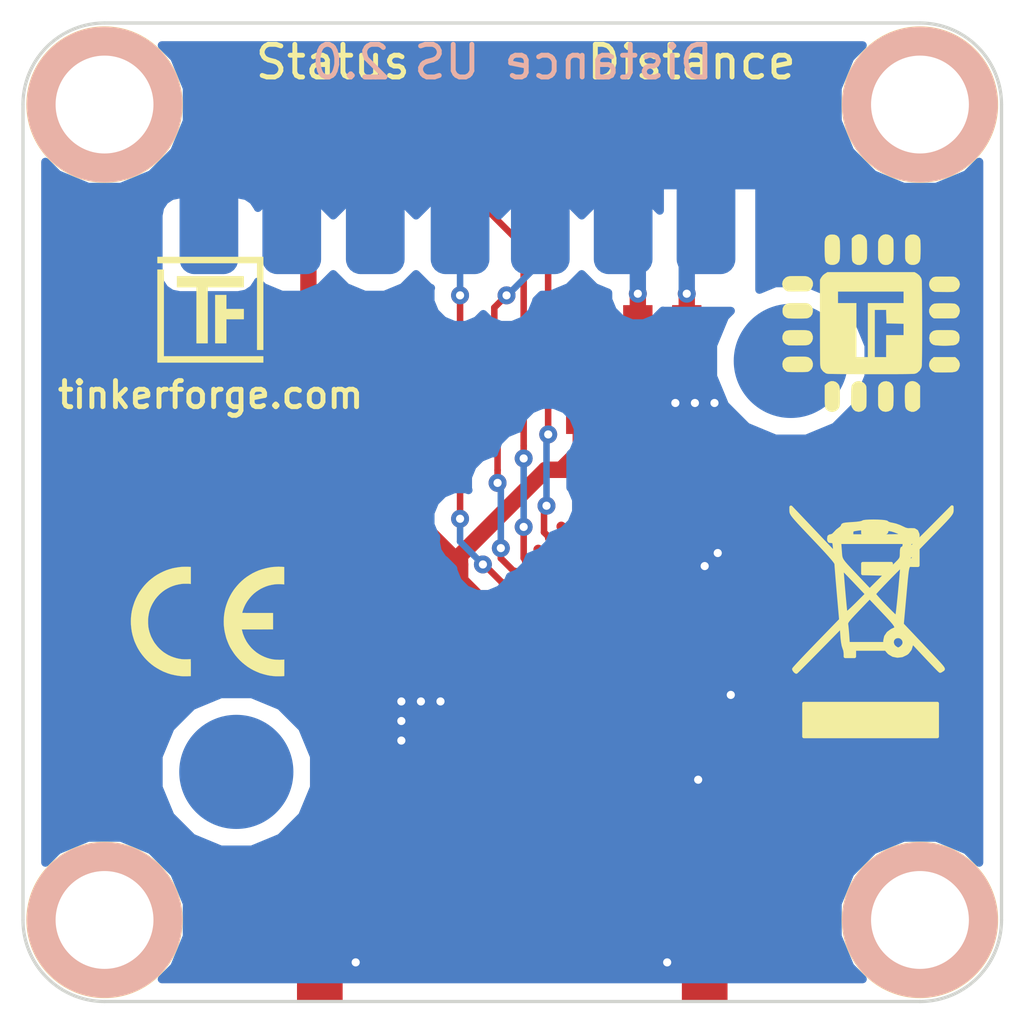
<source format=kicad_pcb>
(kicad_pcb (version 20171130) (host pcbnew 5.0.2-bee76a0~70~ubuntu18.10.1)

  (general
    (thickness 1.6)
    (drawings 12)
    (tracks 155)
    (zones 0)
    (modules 25)
    (nets 41)
  )

  (page A4)
  (layers
    (0 F.Cu signal)
    (31 B.Cu signal)
    (32 B.Adhes user)
    (33 F.Adhes user)
    (34 B.Paste user)
    (35 F.Paste user)
    (36 B.SilkS user)
    (37 F.SilkS user)
    (38 B.Mask user)
    (39 F.Mask user)
    (40 Dwgs.User user)
    (41 Cmts.User user)
    (42 Eco1.User user)
    (43 Eco2.User user)
    (44 Edge.Cuts user)
    (45 Margin user)
    (46 B.CrtYd user)
    (47 F.CrtYd user)
    (48 B.Fab user)
    (49 F.Fab user)
  )

  (setup
    (last_trace_width 0.15)
    (user_trace_width 0.2)
    (user_trace_width 0.25)
    (user_trace_width 0.3)
    (user_trace_width 0.5)
    (user_trace_width 0.7)
    (trace_clearance 0.15)
    (zone_clearance 0.508)
    (zone_45_only no)
    (trace_min 0.15)
    (segment_width 0.2)
    (edge_width 0.1)
    (via_size 0.55)
    (via_drill 0.25)
    (via_min_size 0.4)
    (via_min_drill 0.25)
    (user_via 0.55 0.3)
    (uvia_size 0.3)
    (uvia_drill 0.1)
    (uvias_allowed no)
    (uvia_min_size 0.2)
    (uvia_min_drill 0.1)
    (pcb_text_width 0.3)
    (pcb_text_size 1.5 1.5)
    (mod_edge_width 0.15)
    (mod_text_size 1 1)
    (mod_text_width 0.15)
    (pad_size 1.5 1.5)
    (pad_drill 0.6)
    (pad_to_mask_clearance 0)
    (aux_axis_origin 0 0)
    (visible_elements FFFFFF7F)
    (pcbplotparams
      (layerselection 0x010fc_ffffffff)
      (usegerberextensions true)
      (usegerberattributes false)
      (usegerberadvancedattributes false)
      (creategerberjobfile false)
      (excludeedgelayer true)
      (linewidth 0.100000)
      (plotframeref false)
      (viasonmask false)
      (mode 1)
      (useauxorigin false)
      (hpglpennumber 1)
      (hpglpenspeed 20)
      (hpglpendiameter 15.000000)
      (psnegative false)
      (psa4output false)
      (plotreference true)
      (plotvalue true)
      (plotinvisibletext false)
      (padsonsilk false)
      (subtractmaskfromsilk false)
      (outputformat 1)
      (mirror false)
      (drillshape 0)
      (scaleselection 1)
      (outputdirectory "proto/"))
  )

  (net 0 "")
  (net 1 "Net-(C1-Pad1)")
  (net 2 GND)
  (net 3 3V3)
  (net 4 "Net-(D1-Pad2)")
  (net 5 "Net-(D2-Pad2)")
  (net 6 +5V)
  (net 7 "Net-(P1-Pad4)")
  (net 8 "Net-(P1-Pad5)")
  (net 9 "Net-(P1-Pad6)")
  (net 10 "Net-(P2-Pad1)")
  (net 11 "Net-(P3-Pad2)")
  (net 12 "Net-(R1-Pad1)")
  (net 13 Serial)
  (net 14 S-MISO)
  (net 15 S-MOSI)
  (net 16 S-CLK)
  (net 17 S-CS)
  (net 18 "Net-(RP2-Pad2)")
  (net 19 "Net-(RP2-Pad3)")
  (net 20 "Net-(RP2-Pad5)")
  (net 21 "Net-(RP2-Pad6)")
  (net 22 "Net-(RP2-Pad7)")
  (net 23 "Net-(RP2-Pad8)")
  (net 24 "Net-(U1-Pad2)")
  (net 25 "Net-(U1-Pad4)")
  (net 26 "Net-(U1-Pad5)")
  (net 27 "Net-(U1-Pad7)")
  (net 28 "Net-(U1-Pad8)")
  (net 29 "Net-(U1-Pad11)")
  (net 30 "Net-(U1-Pad12)")
  (net 31 Ranging)
  (net 32 "Net-(U1-Pad19)")
  (net 33 "Net-(U1-Pad20)")
  (net 34 "Net-(U1-Pad21)")
  (net 35 "Net-(U6-Pad1)")
  (net 36 "Net-(U6-Pad2)")
  (net 37 "Net-(U6-Pad3)")
  (net 38 "Net-(C6-Pad1)")
  (net 39 "Net-(U1-Pad13)")
  (net 40 "Net-(U1-Pad15)")

  (net_class Default "This is the default net class."
    (clearance 0.15)
    (trace_width 0.15)
    (via_dia 0.55)
    (via_drill 0.25)
    (uvia_dia 0.3)
    (uvia_drill 0.1)
    (add_net +5V)
    (add_net 3V3)
    (add_net GND)
    (add_net "Net-(C1-Pad1)")
    (add_net "Net-(C6-Pad1)")
    (add_net "Net-(D1-Pad2)")
    (add_net "Net-(D2-Pad2)")
    (add_net "Net-(P1-Pad4)")
    (add_net "Net-(P1-Pad5)")
    (add_net "Net-(P1-Pad6)")
    (add_net "Net-(P2-Pad1)")
    (add_net "Net-(P3-Pad2)")
    (add_net "Net-(R1-Pad1)")
    (add_net "Net-(RP2-Pad2)")
    (add_net "Net-(RP2-Pad3)")
    (add_net "Net-(RP2-Pad5)")
    (add_net "Net-(RP2-Pad6)")
    (add_net "Net-(RP2-Pad7)")
    (add_net "Net-(RP2-Pad8)")
    (add_net "Net-(U1-Pad11)")
    (add_net "Net-(U1-Pad12)")
    (add_net "Net-(U1-Pad13)")
    (add_net "Net-(U1-Pad15)")
    (add_net "Net-(U1-Pad19)")
    (add_net "Net-(U1-Pad2)")
    (add_net "Net-(U1-Pad20)")
    (add_net "Net-(U1-Pad21)")
    (add_net "Net-(U1-Pad4)")
    (add_net "Net-(U1-Pad5)")
    (add_net "Net-(U1-Pad7)")
    (add_net "Net-(U1-Pad8)")
    (add_net "Net-(U6-Pad1)")
    (add_net "Net-(U6-Pad2)")
    (add_net "Net-(U6-Pad3)")
    (add_net Ranging)
    (add_net S-CLK)
    (add_net S-CS)
    (add_net S-MISO)
    (add_net S-MOSI)
    (add_net Serial)
  )

  (module "kicad-libraries:HRLV-EZ(SMD_EX)" (layer B.Cu) (tedit 5C90EEC7) (tstamp 5C9191ED)
    (at 150 103.2 180)
    (path /5BABE427)
    (fp_text reference U6 (at 0.1 2.2 180) (layer B.Fab)
      (effects (font (size 1 1) (thickness 0.15)) (justify mirror))
    )
    (fp_text value HRLV-EZ (at -0.2 4.1 180) (layer B.Fab)
      (effects (font (size 1 1) (thickness 0.15)) (justify mirror))
    )
    (fp_circle (center -8.54 5.34) (end -6.94 5.34) (layer B.Fab) (width 0.15))
    (fp_circle (center 8.46 -7.26) (end 10.06 -7.26) (layer B.Fab) (width 0.15))
    (fp_line (start 11 10.1) (end -11.1 10.1) (layer B.Fab) (width 0.15))
    (fp_line (start 11 -9.8) (end 11 10.1) (layer B.Fab) (width 0.15))
    (fp_line (start -11.1 -9.8) (end 11 -9.8) (layer B.Fab) (width 0.15))
    (fp_line (start -11.1 10.1) (end -11.1 -9.8) (layer B.Fab) (width 0.15))
    (pad "" smd circle (at 8.46 -7.26 180) (size 3.5 3.5) (layers B.Cu B.Paste B.Mask))
    (pad "" smd circle (at -8.54 5.34 180) (size 3.5 3.5) (layers B.Cu B.Paste B.Mask))
    (pad 7 smd roundrect (at -5.94 10 180) (size 1.8 4) (layers B.Cu B.Paste B.Mask) (roundrect_rratio 0.25)
      (net 2 GND))
    (pad 6 smd roundrect (at -3.4 10 180) (size 1.8 4) (layers B.Cu B.Paste B.Mask) (roundrect_rratio 0.25)
      (net 38 "Net-(C6-Pad1)"))
    (pad 5 smd roundrect (at -0.86 10 180) (size 1.8 4) (layers B.Cu B.Paste B.Mask) (roundrect_rratio 0.25)
      (net 12 "Net-(R1-Pad1)"))
    (pad 4 smd roundrect (at 1.6 10 180) (size 1.8 4) (layers B.Cu B.Paste B.Mask) (roundrect_rratio 0.25)
      (net 31 Ranging))
    (pad 3 smd roundrect (at 4.2 10 180) (size 1.8 4) (layers B.Cu B.Paste B.Mask) (roundrect_rratio 0.25)
      (net 37 "Net-(U6-Pad3)"))
    (pad 2 smd roundrect (at 6.76 10 180) (size 1.8 4) (layers B.Cu B.Paste B.Mask) (roundrect_rratio 0.25)
      (net 36 "Net-(U6-Pad2)"))
    (pad 1 smd roundrect (at 9.3 10 180) (size 1.8 4) (layers B.Cu B.Paste B.Mask) (roundrect_rratio 0.25)
      (net 35 "Net-(U6-Pad1)"))
  )

  (module C0603F (layer F.Cu) (tedit 58F5DD02) (tstamp 5C91324C)
    (at 155.15 102.95 315)
    (path /5B62DA0C)
    (attr smd)
    (fp_text reference C4 (at 0.05 0.225 315) (layer F.Fab)
      (effects (font (size 0.2 0.2) (thickness 0.05)))
    )
    (fp_text value 100nF (at 0.05 -0.375 315) (layer F.Fab)
      (effects (font (size 0.2 0.2) (thickness 0.05)))
    )
    (fp_line (start -1.45034 -0.65024) (end 1.45034 -0.65024) (layer F.Fab) (width 0.001))
    (fp_line (start 1.45034 -0.65024) (end 1.45034 0.65024) (layer F.Fab) (width 0.001))
    (fp_line (start 1.45034 0.65024) (end -1.45034 0.65024) (layer F.Fab) (width 0.001))
    (fp_line (start -1.45034 0.65024) (end -1.45034 -0.65024) (layer F.Fab) (width 0.001))
    (pad 1 smd rect (at -0.75 0 315) (size 0.9 0.9) (layers F.Cu F.Paste F.Mask)
      (net 3 3V3))
    (pad 2 smd rect (at 0.75 0 315) (size 0.9 0.9) (layers F.Cu F.Paste F.Mask)
      (net 2 GND))
    (model Capacitors_SMD/C_0603.wrl
      (at (xyz 0 0 0))
      (scale (xyz 1 1 1))
      (rotate (xyz 0 0 0))
    )
  )

  (module C0402E (layer F.Cu) (tedit 58F8BCE3) (tstamp 5BAB7BD9)
    (at 154.4 110.7)
    (path /5B5B1CC1)
    (attr smd)
    (fp_text reference C1 (at 0 0.125) (layer F.Fab)
      (effects (font (size 0.2 0.2) (thickness 0.05)))
    )
    (fp_text value 220pF (at 0 -0.275) (layer F.Fab)
      (effects (font (size 0.2 0.2) (thickness 0.05)))
    )
    (fp_line (start -0.8509 -0.44958) (end 0.8509 -0.44958) (layer F.Fab) (width 0.001))
    (fp_line (start 0.8509 -0.44958) (end 0.8509 0.44958) (layer F.Fab) (width 0.001))
    (fp_line (start 0.8509 0.44958) (end -0.8509 0.44958) (layer F.Fab) (width 0.001))
    (fp_line (start -0.8509 0.44958) (end -0.8509 -0.44958) (layer F.Fab) (width 0.001))
    (pad 1 smd rect (at -0.65 0) (size 0.7 0.9) (layers F.Cu F.Paste F.Mask)
      (net 1 "Net-(C1-Pad1)"))
    (pad 2 smd rect (at 0.65 0) (size 0.7 0.9) (layers F.Cu F.Paste F.Mask)
      (net 2 GND))
    (model Capacitors_SMD/C_0402.wrl
      (at (xyz 0 0 0))
      (scale (xyz 1 1 1))
      (rotate (xyz 0 0 0))
    )
  )

  (module C0805E (layer F.Cu) (tedit 58F5E06C) (tstamp 5BAB7BE3)
    (at 148.15 110.75 180)
    (path /5B5B1DF2)
    (attr smd)
    (fp_text reference C2 (at 0 0.2 180) (layer F.Fab)
      (effects (font (size 0.2 0.2) (thickness 0.05)))
    )
    (fp_text value 10uF (at 0 -0.4 180) (layer F.Fab)
      (effects (font (size 0.2 0.2) (thickness 0.05)))
    )
    (fp_line (start -1.651 -0.8001) (end -1.651 0.8001) (layer F.Fab) (width 0.001))
    (fp_line (start -1.651 0.8001) (end 1.651 0.8001) (layer F.Fab) (width 0.001))
    (fp_line (start 1.651 0.8001) (end 1.651 -0.8001) (layer F.Fab) (width 0.001))
    (fp_line (start 1.651 -0.8001) (end -1.651 -0.8001) (layer F.Fab) (width 0.001))
    (pad 1 smd rect (at -0.95 0 180) (size 1.3 1.5) (layers F.Cu F.Paste F.Mask)
      (net 3 3V3) (clearance 0.14986))
    (pad 2 smd rect (at 0.95 0 180) (size 1.3 1.5) (layers F.Cu F.Paste F.Mask)
      (net 2 GND) (clearance 0.14986))
    (model Capacitors_SMD/C_0805.wrl
      (at (xyz 0 0 0))
      (scale (xyz 1 1 1))
      (rotate (xyz 0 0 0))
    )
  )

  (module C0603F (layer F.Cu) (tedit 58F5DD02) (tstamp 5BAB7BED)
    (at 148.15 109.05 180)
    (path /5B5B1E37)
    (attr smd)
    (fp_text reference C3 (at 0.05 0.225 180) (layer F.Fab)
      (effects (font (size 0.2 0.2) (thickness 0.05)))
    )
    (fp_text value 1uF (at 0.05 -0.375 180) (layer F.Fab)
      (effects (font (size 0.2 0.2) (thickness 0.05)))
    )
    (fp_line (start -1.45034 0.65024) (end -1.45034 -0.65024) (layer F.Fab) (width 0.001))
    (fp_line (start 1.45034 0.65024) (end -1.45034 0.65024) (layer F.Fab) (width 0.001))
    (fp_line (start 1.45034 -0.65024) (end 1.45034 0.65024) (layer F.Fab) (width 0.001))
    (fp_line (start -1.45034 -0.65024) (end 1.45034 -0.65024) (layer F.Fab) (width 0.001))
    (pad 2 smd rect (at 0.75 0 180) (size 0.9 0.9) (layers F.Cu F.Paste F.Mask)
      (net 2 GND))
    (pad 1 smd rect (at -0.75 0 180) (size 0.9 0.9) (layers F.Cu F.Paste F.Mask)
      (net 3 3V3))
    (model Capacitors_SMD/C_0603.wrl
      (at (xyz 0 0 0))
      (scale (xyz 1 1 1))
      (rotate (xyz 0 0 0))
    )
  )

  (module C0805E (layer F.Cu) (tedit 58F5E06C) (tstamp 5BAB8854)
    (at 154.6 98.15)
    (path /5BACD6E4)
    (attr smd)
    (fp_text reference C6 (at 0 0.2) (layer F.Fab)
      (effects (font (size 0.2 0.2) (thickness 0.05)))
    )
    (fp_text value 10uF (at 0 -0.4) (layer F.Fab)
      (effects (font (size 0.2 0.2) (thickness 0.05)))
    )
    (fp_line (start 1.651 -0.8001) (end -1.651 -0.8001) (layer F.Fab) (width 0.001))
    (fp_line (start 1.651 0.8001) (end 1.651 -0.8001) (layer F.Fab) (width 0.001))
    (fp_line (start -1.651 0.8001) (end 1.651 0.8001) (layer F.Fab) (width 0.001))
    (fp_line (start -1.651 -0.8001) (end -1.651 0.8001) (layer F.Fab) (width 0.001))
    (pad 2 smd rect (at 0.95 0) (size 1.3 1.5) (layers F.Cu F.Paste F.Mask)
      (net 2 GND) (clearance 0.14986))
    (pad 1 smd rect (at -0.95 0) (size 1.3 1.5) (layers F.Cu F.Paste F.Mask)
      (net 38 "Net-(C6-Pad1)") (clearance 0.14986))
    (model Capacitors_SMD/C_0805.wrl
      (at (xyz 0 0 0))
      (scale (xyz 1 1 1))
      (rotate (xyz 0 0 0))
    )
  )

  (module C0603F (layer F.Cu) (tedit 58F5DD02) (tstamp 5BAB7C1A)
    (at 154.6 96.6)
    (path /5BACD7B8)
    (attr smd)
    (fp_text reference C7 (at 0.05 0.225) (layer F.Fab)
      (effects (font (size 0.2 0.2) (thickness 0.05)))
    )
    (fp_text value 1uF (at 0.05 -0.375) (layer F.Fab)
      (effects (font (size 0.2 0.2) (thickness 0.05)))
    )
    (fp_line (start -1.45034 -0.65024) (end 1.45034 -0.65024) (layer F.Fab) (width 0.001))
    (fp_line (start 1.45034 -0.65024) (end 1.45034 0.65024) (layer F.Fab) (width 0.001))
    (fp_line (start 1.45034 0.65024) (end -1.45034 0.65024) (layer F.Fab) (width 0.001))
    (fp_line (start -1.45034 0.65024) (end -1.45034 -0.65024) (layer F.Fab) (width 0.001))
    (pad 1 smd rect (at -0.75 0) (size 0.9 0.9) (layers F.Cu F.Paste F.Mask)
      (net 38 "Net-(C6-Pad1)"))
    (pad 2 smd rect (at 0.75 0) (size 0.9 0.9) (layers F.Cu F.Paste F.Mask)
      (net 2 GND))
    (model Capacitors_SMD/C_0603.wrl
      (at (xyz 0 0 0))
      (scale (xyz 1 1 1))
      (rotate (xyz 0 0 0))
    )
  )

  (module D0603F (layer F.Cu) (tedit 5910237C) (tstamp 5BAB7C2B)
    (at 144.5 90.5)
    (path /5B62E369)
    (attr smd)
    (fp_text reference D1 (at -0.775 0.45) (layer F.Fab)
      (effects (font (size 0.2 0.2) (thickness 0.05)))
    )
    (fp_text value BLUE (at 0.75 0.45) (layer F.Fab)
      (effects (font (size 0.2 0.2) (thickness 0.05)))
    )
    (fp_line (start -1.45034 0.65024) (end -1.45034 -0.65024) (layer F.Fab) (width 0.001))
    (fp_line (start 1.45034 0.65024) (end -1.45034 0.65024) (layer F.Fab) (width 0.001))
    (fp_line (start 1.45034 -0.65024) (end 1.45034 0.65024) (layer F.Fab) (width 0.001))
    (fp_line (start -1.45034 -0.65024) (end 1.45034 -0.65024) (layer F.Fab) (width 0.001))
    (fp_line (start 0 0) (end -0.3 -0.3) (layer F.Fab) (width 0.05))
    (fp_line (start -0.3 0.3) (end 0 0) (layer F.Fab) (width 0.05))
    (fp_line (start -0.3 -0.3) (end -0.3 0.3) (layer F.Fab) (width 0.05))
    (fp_line (start 0 -0.3) (end 0 0.3) (layer F.Fab) (width 0.05))
    (fp_line (start 0.45 0) (end 1.05 0) (layer F.Fab) (width 0.05))
    (fp_line (start -1.05 0) (end -0.45 0) (layer F.Fab) (width 0.05))
    (fp_line (start -0.75 -0.3) (end -0.75 0.3) (layer F.Fab) (width 0.05))
    (pad 2 smd rect (at 0.75 0) (size 0.9 0.9) (layers F.Cu F.Paste F.Mask)
      (net 4 "Net-(D1-Pad2)"))
    (pad 1 smd rect (at -0.75 0) (size 0.9 0.9) (layers F.Cu F.Paste F.Mask)
      (net 3 3V3))
    (model LED_SMD/D_0603_blue.wrl
      (at (xyz 0 0 0))
      (scale (xyz 1 1 1))
      (rotate (xyz -90 0 0))
    )
  )

  (module D0603F (layer F.Cu) (tedit 5910237C) (tstamp 5BAB7C3C)
    (at 155.5 90.5 180)
    (path /5B63192B)
    (attr smd)
    (fp_text reference D2 (at -0.775 0.45 180) (layer F.Fab)
      (effects (font (size 0.2 0.2) (thickness 0.05)))
    )
    (fp_text value GREEN (at 0.75 0.45 180) (layer F.Fab)
      (effects (font (size 0.2 0.2) (thickness 0.05)))
    )
    (fp_line (start -0.75 -0.3) (end -0.75 0.3) (layer F.Fab) (width 0.05))
    (fp_line (start -1.05 0) (end -0.45 0) (layer F.Fab) (width 0.05))
    (fp_line (start 0.45 0) (end 1.05 0) (layer F.Fab) (width 0.05))
    (fp_line (start 0 -0.3) (end 0 0.3) (layer F.Fab) (width 0.05))
    (fp_line (start -0.3 -0.3) (end -0.3 0.3) (layer F.Fab) (width 0.05))
    (fp_line (start -0.3 0.3) (end 0 0) (layer F.Fab) (width 0.05))
    (fp_line (start 0 0) (end -0.3 -0.3) (layer F.Fab) (width 0.05))
    (fp_line (start -1.45034 -0.65024) (end 1.45034 -0.65024) (layer F.Fab) (width 0.001))
    (fp_line (start 1.45034 -0.65024) (end 1.45034 0.65024) (layer F.Fab) (width 0.001))
    (fp_line (start 1.45034 0.65024) (end -1.45034 0.65024) (layer F.Fab) (width 0.001))
    (fp_line (start -1.45034 0.65024) (end -1.45034 -0.65024) (layer F.Fab) (width 0.001))
    (pad 1 smd rect (at -0.75 0 180) (size 0.9 0.9) (layers F.Cu F.Paste F.Mask)
      (net 3 3V3))
    (pad 2 smd rect (at 0.75 0 180) (size 0.9 0.9) (layers F.Cu F.Paste F.Mask)
      (net 5 "Net-(D2-Pad2)"))
    (model LED_SMD/D_0603_blue.wrl
      (at (xyz 0 0 0))
      (scale (xyz 1 1 1))
      (rotate (xyz -90 0 0))
    )
  )

  (module R0603F (layer F.Cu) (tedit 58F5DD02) (tstamp 5BAB8A14)
    (at 152.1 98.9 90)
    (path /5BACEFE0)
    (attr smd)
    (fp_text reference L1 (at 0.05 0.225 90) (layer F.Fab)
      (effects (font (size 0.2 0.2) (thickness 0.05)))
    )
    (fp_text value FB (at 0.05 -0.375 90) (layer F.Fab)
      (effects (font (size 0.2 0.2) (thickness 0.05)))
    )
    (fp_line (start -1.45034 -0.65024) (end 1.45034 -0.65024) (layer F.Fab) (width 0.001))
    (fp_line (start 1.45034 -0.65024) (end 1.45034 0.65024) (layer F.Fab) (width 0.001))
    (fp_line (start 1.45034 0.65024) (end -1.45034 0.65024) (layer F.Fab) (width 0.001))
    (fp_line (start -1.45034 0.65024) (end -1.45034 -0.65024) (layer F.Fab) (width 0.001))
    (pad 1 smd rect (at -0.75 0 90) (size 0.9 0.9) (layers F.Cu F.Paste F.Mask)
      (net 3 3V3))
    (pad 2 smd rect (at 0.75 0 90) (size 0.9 0.9) (layers F.Cu F.Paste F.Mask)
      (net 38 "Net-(C6-Pad1)"))
    (model Resistors_SMD/R_0603.wrl
      (at (xyz 0 0 0))
      (scale (xyz 1 1 1))
      (rotate (xyz 0 0 0))
    )
  )

  (module CON-SENSOR2 (layer F.Cu) (tedit 59030BED) (tstamp 5BAB86B1)
    (at 150 117.5)
    (path /5B5B0B02)
    (fp_text reference P1 (at 0 -2.85) (layer F.Fab)
      (effects (font (size 0.3 0.3) (thickness 0.075)))
    )
    (fp_text value CON-SENSOR2 (at 0 -1.6002) (layer F.Fab)
      (effects (font (size 0.29972 0.29972) (thickness 0.07112)))
    )
    (fp_line (start -5 -0.25) (end -4.75 -0.75) (layer F.Fab) (width 0.05))
    (fp_line (start -4.75 -0.75) (end -4.5 -0.25) (layer F.Fab) (width 0.05))
    (fp_line (start -6 -0.25) (end 6 -0.25) (layer F.Fab) (width 0.05))
    (fp_line (start 6 -0.25) (end 6 -4.3) (layer F.Fab) (width 0.05))
    (fp_line (start 6 -4.3) (end -6 -4.3) (layer F.Fab) (width 0.05))
    (fp_line (start -6 -4.3) (end -6 -0.25) (layer F.Fab) (width 0.05))
    (pad 1 smd rect (at -3.75 -4.6) (size 0.6 1.8) (layers F.Cu F.Paste F.Mask)
      (net 6 +5V))
    (pad 2 smd rect (at -2.5 -4.6) (size 0.6 1.8) (layers F.Cu F.Paste F.Mask)
      (net 2 GND))
    (pad EP smd rect (at -5.9 -1.2) (size 1.4 2.4) (layers F.Cu F.Paste F.Mask)
      (net 2 GND))
    (pad EP smd rect (at 5.9 -1.2) (size 1.4 2.4) (layers F.Cu F.Paste F.Mask)
      (net 2 GND))
    (pad 3 smd rect (at -1.25 -4.6) (size 0.6 1.8) (layers F.Cu F.Paste F.Mask)
      (net 3 3V3))
    (pad 4 smd rect (at 0 -4.6) (size 0.6 1.8) (layers F.Cu F.Paste F.Mask)
      (net 7 "Net-(P1-Pad4)"))
    (pad 5 smd rect (at 1.25 -4.6) (size 0.6 1.8) (layers F.Cu F.Paste F.Mask)
      (net 8 "Net-(P1-Pad5)"))
    (pad 6 smd rect (at 2.5 -4.6) (size 0.6 1.8) (layers F.Cu F.Paste F.Mask)
      (net 9 "Net-(P1-Pad6)"))
    (pad 7 smd rect (at 3.75 -4.6) (size 0.6 1.8) (layers F.Cu F.Paste F.Mask)
      (net 1 "Net-(C1-Pad1)"))
    (model Connectors_TF/BrickletConn_7pin.wrl
      (offset (xyz 0 2.539999961853027 0))
      (scale (xyz 1 1 1))
      (rotate (xyz 0 0 0))
    )
  )

  (module DEBUG_PAD (layer F.Cu) (tedit 590B3FBE) (tstamp 5BAB7C5E)
    (at 154.9 108.45)
    (path /5B62EAFF)
    (fp_text reference P2 (at 0 0.175) (layer F.Fab)
      (effects (font (size 0.15 0.15) (thickness 0.0375)))
    )
    (fp_text value DEBUG (at 0 -0.15) (layer F.Fab)
      (effects (font (size 0.15 0.15) (thickness 0.0375)))
    )
    (pad 1 smd circle (at 0 0) (size 0.7 0.7) (layers F.Cu F.Paste F.Mask)
      (net 10 "Net-(P2-Pad1)"))
  )

  (module SolderJumper (layer F.Cu) (tedit 590B2DE4) (tstamp 5BAB7C67)
    (at 156 107.4 135)
    (path /5B62E89C)
    (fp_text reference P3 (at 0 0.35 135) (layer F.Fab)
      (effects (font (size 0.3 0.3) (thickness 0.0712)))
    )
    (fp_text value BOOT (at 0 -0.35 135) (layer F.Fab)
      (effects (font (size 0.3 0.3) (thickness 0.0712)))
    )
    (pad 2 smd rect (at 0.55 0 135) (size 0.3 1.4) (layers F.Cu F.Mask)
      (net 11 "Net-(P3-Pad2)"))
    (pad 2 smd rect (at 0.15 0 135) (size 0.6 0.5) (layers F.Cu F.Mask)
      (net 11 "Net-(P3-Pad2)"))
    (pad 1 smd rect (at -0.499999 0 135) (size 0.4 1.4) (layers F.Cu F.Mask)
      (net 2 GND))
    (pad 1 smd rect (at -0.225 0.55 135) (size 0.95 0.3) (layers F.Cu F.Mask)
      (net 2 GND))
    (pad 1 smd rect (at -0.225 -0.55 135) (size 0.95 0.3) (layers F.Cu F.Mask)
      (net 2 GND))
  )

  (module kicad-libraries:R0603F (layer F.Cu) (tedit 58F5DD02) (tstamp 5BAB7C71)
    (at 149.45 98.9 270)
    (path /5BAD6590)
    (attr smd)
    (fp_text reference R1 (at 0.05 0.225 270) (layer F.Fab)
      (effects (font (size 0.2 0.2) (thickness 0.05)))
    )
    (fp_text value 1k (at 0.05 -0.375 270) (layer F.Fab)
      (effects (font (size 0.2 0.2) (thickness 0.05)))
    )
    (fp_line (start -1.45034 -0.65024) (end 1.45034 -0.65024) (layer F.Fab) (width 0.001))
    (fp_line (start 1.45034 -0.65024) (end 1.45034 0.65024) (layer F.Fab) (width 0.001))
    (fp_line (start 1.45034 0.65024) (end -1.45034 0.65024) (layer F.Fab) (width 0.001))
    (fp_line (start -1.45034 0.65024) (end -1.45034 -0.65024) (layer F.Fab) (width 0.001))
    (pad 1 smd rect (at -0.75 0 270) (size 0.9 0.9) (layers F.Cu F.Paste F.Mask)
      (net 12 "Net-(R1-Pad1)"))
    (pad 2 smd rect (at 0.75 0 270) (size 0.9 0.9) (layers F.Cu F.Paste F.Mask)
      (net 13 Serial))
    (model Resistors_SMD/R_0603.wrl
      (at (xyz 0 0 0))
      (scale (xyz 1 1 1))
      (rotate (xyz 0 0 0))
    )
  )

  (module 4X0402 (layer F.Cu) (tedit 590B1710) (tstamp 5BAB7C81)
    (at 151.9 110.1)
    (path /5B5B1A4C)
    (attr smd)
    (fp_text reference RP1 (at -0.025 0.25) (layer F.Fab)
      (effects (font (size 0.2 0.2) (thickness 0.05)))
    )
    (fp_text value 82 (at -0.025 -0.45) (layer F.Fab)
      (effects (font (size 0.2 0.2) (thickness 0.05)))
    )
    (fp_line (start -1.04902 -0.89916) (end 1.04902 -0.89916) (layer F.Fab) (width 0.001))
    (fp_line (start 1.04902 -0.89916) (end 1.04902 0.89916) (layer F.Fab) (width 0.001))
    (fp_line (start -1.04902 0.89916) (end 1.04902 0.89916) (layer F.Fab) (width 0.001))
    (fp_line (start -1.04902 -0.89916) (end -1.04902 0.89916) (layer F.Fab) (width 0.001))
    (pad 1 smd rect (at -0.7493 0.575 180) (size 0.29972 0.65) (layers F.Cu F.Paste F.Mask)
      (net 7 "Net-(P1-Pad4)"))
    (pad 2 smd rect (at -0.24892 0.575 180) (size 0.29972 0.65) (layers F.Cu F.Paste F.Mask)
      (net 8 "Net-(P1-Pad5)"))
    (pad 3 smd rect (at 0.24892 0.575 180) (size 0.29972 0.65) (layers F.Cu F.Paste F.Mask)
      (net 9 "Net-(P1-Pad6)"))
    (pad 4 smd rect (at 0.7493 0.575 180) (size 0.29972 0.65) (layers F.Cu F.Paste F.Mask)
      (net 1 "Net-(C1-Pad1)"))
    (pad 5 smd rect (at 0.7493 -0.575) (size 0.29972 0.65) (layers F.Cu F.Paste F.Mask)
      (net 14 S-MISO))
    (pad 6 smd rect (at 0.24892 -0.575) (size 0.29972 0.65) (layers F.Cu F.Paste F.Mask)
      (net 15 S-MOSI))
    (pad 7 smd rect (at -0.24892 -0.575) (size 0.29972 0.65) (layers F.Cu F.Paste F.Mask)
      (net 16 S-CLK))
    (pad 8 smd rect (at -0.7493 -0.575) (size 0.29972 0.65) (layers F.Cu F.Paste F.Mask)
      (net 17 S-CS))
    (model Resistors_SMD/R_4x0402.wrl
      (at (xyz 0 0 0))
      (scale (xyz 1 1 1))
      (rotate (xyz 0 0 90))
    )
  )

  (module 4X0603 (layer F.Cu) (tedit 590338BF) (tstamp 5BAB7C91)
    (at 150 91.3)
    (path /5B633639)
    (fp_text reference RP2 (at -0.61 0) (layer F.Fab)
      (effects (font (size 0.29972 0.29972) (thickness 0.07493)))
    )
    (fp_text value 1k (at 1.01 -0.02) (layer F.Fab)
      (effects (font (size 0.29972 0.29972) (thickness 0.07493)))
    )
    (fp_line (start -1.6002 -0.8001) (end -1.6002 0.8001) (layer F.Fab) (width 0.01016))
    (fp_line (start -1.6002 0.8001) (end 1.6002 0.8001) (layer F.Fab) (width 0.01016))
    (fp_line (start 1.6002 0.8001) (end 1.6002 -0.8001) (layer F.Fab) (width 0.01016))
    (fp_line (start 1.6002 -0.8001) (end -1.6002 -0.8001) (layer F.Fab) (width 0.01016))
    (pad 1 smd rect (at -1.19888 -0.8509) (size 0.44958 0.89916) (layers F.Cu F.Paste F.Mask)
      (net 4 "Net-(D1-Pad2)"))
    (pad 2 smd rect (at -0.39878 -0.8509) (size 0.44958 0.89916) (layers F.Cu F.Paste F.Mask)
      (net 18 "Net-(RP2-Pad2)"))
    (pad 3 smd rect (at 0.39878 -0.8509) (size 0.44958 0.89916) (layers F.Cu F.Paste F.Mask)
      (net 19 "Net-(RP2-Pad3)"))
    (pad 4 smd rect (at 1.19888 -0.8509) (size 0.44958 0.89916) (layers F.Cu F.Paste F.Mask)
      (net 5 "Net-(D2-Pad2)"))
    (pad 5 smd rect (at 1.19888 0.8509) (size 0.44958 0.89916) (layers F.Cu F.Paste F.Mask)
      (net 20 "Net-(RP2-Pad5)"))
    (pad 6 smd rect (at 0.39878 0.8509) (size 0.44958 0.89916) (layers F.Cu F.Paste F.Mask)
      (net 21 "Net-(RP2-Pad6)"))
    (pad 7 smd rect (at -0.39878 0.8509) (size 0.44958 0.89916) (layers F.Cu F.Paste F.Mask)
      (net 22 "Net-(RP2-Pad7)"))
    (pad 8 smd rect (at -1.19888 0.8509) (size 0.44958 0.89916) (layers F.Cu F.Paste F.Mask)
      (net 23 "Net-(RP2-Pad8)"))
    (model Resistors_SMD/R_4x0603.wrl
      (at (xyz 0 0 0))
      (scale (xyz 1 1 1))
      (rotate (xyz 0 0 0))
    )
  )

  (module QFN24-4x4mm-0.5mm (layer F.Cu) (tedit 590CA070) (tstamp 5BAB7CB6)
    (at 152.3 105.5 135)
    (tags "QFN 24pin 0.5")
    (path /5B5B218B)
    (attr smd)
    (fp_text reference U1 (at 0 -0.4 135) (layer F.Fab)
      (effects (font (size 0.3 0.3) (thickness 0.075)))
    )
    (fp_text value XMC1100 (at 0 0.8 135) (layer F.Fab)
      (effects (font (size 0.3 0.3) (thickness 0.075)))
    )
    (fp_line (start -1 -2) (end 2 -2) (layer F.Fab) (width 0.15))
    (fp_line (start 2 -2) (end 2 2) (layer F.Fab) (width 0.15))
    (fp_line (start 2 2) (end -2 2) (layer F.Fab) (width 0.15))
    (fp_line (start -2 2) (end -2 -1) (layer F.Fab) (width 0.15))
    (fp_line (start -2 -1) (end -1 -2) (layer F.Fab) (width 0.15))
    (pad 1 smd oval (at -2.025 -1.25 135) (size 1 0.3) (layers F.Cu F.Paste F.Mask)
      (net 14 S-MISO))
    (pad 2 smd oval (at -2.025 -0.75 135) (size 1 0.3) (layers F.Cu F.Paste F.Mask)
      (net 24 "Net-(U1-Pad2)"))
    (pad 3 smd oval (at -2.025 -0.25 135) (size 1 0.3) (layers F.Cu F.Paste F.Mask)
      (net 10 "Net-(P2-Pad1)"))
    (pad 4 smd oval (at -2.025 0.25 135) (size 1 0.3) (layers F.Cu F.Paste F.Mask)
      (net 25 "Net-(U1-Pad4)"))
    (pad 5 smd oval (at -2.025 0.75 135) (size 1 0.3) (layers F.Cu F.Paste F.Mask)
      (net 26 "Net-(U1-Pad5)"))
    (pad 6 smd oval (at -2.025 1.25 135) (size 1 0.3) (layers F.Cu F.Paste F.Mask)
      (net 11 "Net-(P3-Pad2)"))
    (pad 7 smd oval (at -1.25 2.025 225) (size 1 0.3) (layers F.Cu F.Paste F.Mask)
      (net 27 "Net-(U1-Pad7)"))
    (pad 8 smd oval (at -0.75 2.025 225) (size 1 0.3) (layers F.Cu F.Paste F.Mask)
      (net 28 "Net-(U1-Pad8)"))
    (pad 9 smd oval (at -0.25 2.025 225) (size 1 0.3) (layers F.Cu F.Paste F.Mask)
      (net 2 GND))
    (pad 10 smd oval (at 0.25 2.025 225) (size 1 0.3) (layers F.Cu F.Paste F.Mask)
      (net 3 3V3))
    (pad 11 smd oval (at 0.75 2.025 225) (size 1 0.3) (layers F.Cu F.Paste F.Mask)
      (net 29 "Net-(U1-Pad11)"))
    (pad 12 smd oval (at 1.25 2.025 225) (size 1 0.3) (layers F.Cu F.Paste F.Mask)
      (net 30 "Net-(U1-Pad12)"))
    (pad 13 smd oval (at 2.025 1.25 135) (size 1 0.3) (layers F.Cu F.Paste F.Mask)
      (net 39 "Net-(U1-Pad13)"))
    (pad 14 smd oval (at 2.025 0.75 135) (size 1 0.3) (layers F.Cu F.Paste F.Mask)
      (net 20 "Net-(RP2-Pad5)"))
    (pad 15 smd oval (at 2.025 0.25 135) (size 1 0.3) (layers F.Cu F.Paste F.Mask)
      (net 40 "Net-(U1-Pad15)"))
    (pad 16 smd oval (at 2.025 -0.25 135) (size 1 0.3) (layers F.Cu F.Paste F.Mask)
      (net 23 "Net-(RP2-Pad8)"))
    (pad 17 smd oval (at 2.025 -0.75 135) (size 1 0.3) (layers F.Cu F.Paste F.Mask)
      (net 13 Serial))
    (pad 18 smd oval (at 2.025 -1.25 135) (size 1 0.3) (layers F.Cu F.Paste F.Mask)
      (net 31 Ranging))
    (pad 19 smd oval (at 1.25 -2.025 225) (size 1 0.3) (layers F.Cu F.Paste F.Mask)
      (net 32 "Net-(U1-Pad19)"))
    (pad 20 smd oval (at 0.75 -2.025 225) (size 1 0.3) (layers F.Cu F.Paste F.Mask)
      (net 33 "Net-(U1-Pad20)"))
    (pad 21 smd oval (at 0.25 -2.025 225) (size 1 0.3) (layers F.Cu F.Paste F.Mask)
      (net 34 "Net-(U1-Pad21)"))
    (pad 22 smd oval (at -0.25 -2.025 225) (size 1 0.3) (layers F.Cu F.Paste F.Mask)
      (net 17 S-CS))
    (pad 23 smd oval (at -0.75 -2.025 225) (size 1 0.3) (layers F.Cu F.Paste F.Mask)
      (net 16 S-CLK))
    (pad 24 smd oval (at -1.25 -2.025 225) (size 1 0.3) (layers F.Cu F.Paste F.Mask)
      (net 15 S-MOSI))
    (pad EXP smd rect (at 0.65 0.65 135) (size 1.3 1.3) (layers F.Cu F.Paste F.Mask)
      (net 2 GND) (solder_paste_margin_ratio -0.2))
    (pad EXP smd rect (at 0.65 -0.65 135) (size 1.3 1.3) (layers F.Cu F.Paste F.Mask)
      (net 2 GND) (solder_paste_margin_ratio -0.2))
    (pad EXP smd rect (at -0.65 0.65 135) (size 1.3 1.3) (layers F.Cu F.Paste F.Mask)
      (net 2 GND) (solder_paste_margin_ratio -0.2))
    (pad EXP smd rect (at -0.65 -0.65 135) (size 1.3 1.3) (layers F.Cu F.Paste F.Mask)
      (net 2 GND) (solder_paste_margin_ratio -0.2))
    (model Housings_DFN_QFN/QFN-24_4x4mm_Pitch0.5mm.wrl
      (at (xyz 0 0 0))
      (scale (xyz 1 1 1))
      (rotate (xyz 90 180 180))
    )
  )

  (module DRILL_NP (layer F.Cu) (tedit 530C7871) (tstamp 5BAB7CC4)
    (at 162.5 115)
    (path /5B633FCA)
    (fp_text reference U2 (at 0 0) (layer F.SilkS) hide
      (effects (font (size 0.29972 0.29972) (thickness 0.0762)))
    )
    (fp_text value DRILL (at 0 0.50038) (layer F.SilkS) hide
      (effects (font (size 0.29972 0.29972) (thickness 0.0762)))
    )
    (fp_circle (center 0 0) (end 3.2 0) (layer Eco2.User) (width 0.01))
    (fp_circle (center 0 0) (end 2.19964 -0.20066) (layer F.SilkS) (width 0.381))
    (fp_circle (center 0 0) (end 1.99898 -0.20066) (layer F.SilkS) (width 0.381))
    (fp_circle (center 0 0) (end 1.69926 0) (layer F.SilkS) (width 0.381))
    (fp_circle (center 0 0) (end 1.39954 -0.09906) (layer B.SilkS) (width 0.381))
    (fp_circle (center 0 0) (end 1.39954 0) (layer F.SilkS) (width 0.381))
    (fp_circle (center 0 0) (end 1.69926 0) (layer B.SilkS) (width 0.381))
    (fp_circle (center 0 0) (end 1.89992 0) (layer B.SilkS) (width 0.381))
    (fp_circle (center 0 0) (end 2.19964 0) (layer B.SilkS) (width 0.381))
    (pad "" np_thru_hole circle (at 0 0) (size 2.99974 2.99974) (drill 2.99974) (layers *.Cu *.Mask F.SilkS)
      (clearance 0.89916))
  )

  (module DRILL_NP (layer F.Cu) (tedit 530C7871) (tstamp 5BAB7CD2)
    (at 137.5 115)
    (path /5B633F4A)
    (fp_text reference U3 (at 0 0) (layer F.SilkS) hide
      (effects (font (size 0.29972 0.29972) (thickness 0.0762)))
    )
    (fp_text value DRILL (at 0 0.50038) (layer F.SilkS) hide
      (effects (font (size 0.29972 0.29972) (thickness 0.0762)))
    )
    (fp_circle (center 0 0) (end 3.2 0) (layer Eco2.User) (width 0.01))
    (fp_circle (center 0 0) (end 2.19964 -0.20066) (layer F.SilkS) (width 0.381))
    (fp_circle (center 0 0) (end 1.99898 -0.20066) (layer F.SilkS) (width 0.381))
    (fp_circle (center 0 0) (end 1.69926 0) (layer F.SilkS) (width 0.381))
    (fp_circle (center 0 0) (end 1.39954 -0.09906) (layer B.SilkS) (width 0.381))
    (fp_circle (center 0 0) (end 1.39954 0) (layer F.SilkS) (width 0.381))
    (fp_circle (center 0 0) (end 1.69926 0) (layer B.SilkS) (width 0.381))
    (fp_circle (center 0 0) (end 1.89992 0) (layer B.SilkS) (width 0.381))
    (fp_circle (center 0 0) (end 2.19964 0) (layer B.SilkS) (width 0.381))
    (pad "" np_thru_hole circle (at 0 0) (size 2.99974 2.99974) (drill 2.99974) (layers *.Cu *.Mask F.SilkS)
      (clearance 0.89916))
  )

  (module DRILL_NP (layer F.Cu) (tedit 530C7871) (tstamp 5BAB7CE0)
    (at 137.5 90)
    (path /5B633F8A)
    (fp_text reference U4 (at 0 0) (layer F.SilkS) hide
      (effects (font (size 0.29972 0.29972) (thickness 0.0762)))
    )
    (fp_text value DRILL (at 0 0.50038) (layer F.SilkS) hide
      (effects (font (size 0.29972 0.29972) (thickness 0.0762)))
    )
    (fp_circle (center 0 0) (end 2.19964 0) (layer B.SilkS) (width 0.381))
    (fp_circle (center 0 0) (end 1.89992 0) (layer B.SilkS) (width 0.381))
    (fp_circle (center 0 0) (end 1.69926 0) (layer B.SilkS) (width 0.381))
    (fp_circle (center 0 0) (end 1.39954 0) (layer F.SilkS) (width 0.381))
    (fp_circle (center 0 0) (end 1.39954 -0.09906) (layer B.SilkS) (width 0.381))
    (fp_circle (center 0 0) (end 1.69926 0) (layer F.SilkS) (width 0.381))
    (fp_circle (center 0 0) (end 1.99898 -0.20066) (layer F.SilkS) (width 0.381))
    (fp_circle (center 0 0) (end 2.19964 -0.20066) (layer F.SilkS) (width 0.381))
    (fp_circle (center 0 0) (end 3.2 0) (layer Eco2.User) (width 0.01))
    (pad "" np_thru_hole circle (at 0 0) (size 2.99974 2.99974) (drill 2.99974) (layers *.Cu *.Mask F.SilkS)
      (clearance 0.89916))
  )

  (module DRILL_NP (layer F.Cu) (tedit 530C7871) (tstamp 5BAB84E2)
    (at 162.5 90)
    (path /5B633E5A)
    (fp_text reference U5 (at 0 0) (layer F.SilkS) hide
      (effects (font (size 0.29972 0.29972) (thickness 0.0762)))
    )
    (fp_text value DRILL (at 0 0.50038) (layer F.SilkS) hide
      (effects (font (size 0.29972 0.29972) (thickness 0.0762)))
    )
    (fp_circle (center 0 0) (end 2.19964 0) (layer B.SilkS) (width 0.381))
    (fp_circle (center 0 0) (end 1.89992 0) (layer B.SilkS) (width 0.381))
    (fp_circle (center 0 0) (end 1.69926 0) (layer B.SilkS) (width 0.381))
    (fp_circle (center 0 0) (end 1.39954 0) (layer F.SilkS) (width 0.381))
    (fp_circle (center 0 0) (end 1.39954 -0.09906) (layer B.SilkS) (width 0.381))
    (fp_circle (center 0 0) (end 1.69926 0) (layer F.SilkS) (width 0.381))
    (fp_circle (center 0 0) (end 1.99898 -0.20066) (layer F.SilkS) (width 0.381))
    (fp_circle (center 0 0) (end 2.19964 -0.20066) (layer F.SilkS) (width 0.381))
    (fp_circle (center 0 0) (end 3.2 0) (layer Eco2.User) (width 0.01))
    (pad "" np_thru_hole circle (at 0 0) (size 2.99974 2.99974) (drill 2.99974) (layers *.Cu *.Mask F.SilkS)
      (clearance 0.89916))
  )

  (module kicad-libraries:CE_5mm (layer F.Cu) (tedit 5922FFD4) (tstamp 5C91982E)
    (at 140.7 105.85)
    (fp_text reference VAL (at 0 0) (layer F.SilkS) hide
      (effects (font (size 0.2 0.2) (thickness 0.05)))
    )
    (fp_text value CE_5mm (at 0 0) (layer F.SilkS) hide
      (effects (font (size 0.2 0.2) (thickness 0.05)))
    )
    (fp_poly (pts (xy 2.3114 1.67132) (xy 2.30124 1.67132) (xy 2.28854 1.67386) (xy 2.26822 1.6764)
      (xy 2.24282 1.6764) (xy 2.21742 1.67894) (xy 2.18694 1.67894) (xy 2.15646 1.67894)
      (xy 2.12852 1.67894) (xy 2.10058 1.67894) (xy 2.07518 1.67894) (xy 2.05232 1.67894)
      (xy 2.04978 1.67894) (xy 1.96088 1.67132) (xy 1.87706 1.66116) (xy 1.79578 1.64592)
      (xy 1.7145 1.6256) (xy 1.65862 1.61036) (xy 1.55956 1.57988) (xy 1.46304 1.53924)
      (xy 1.36906 1.49606) (xy 1.27762 1.44526) (xy 1.18872 1.38938) (xy 1.1049 1.32588)
      (xy 1.02362 1.25984) (xy 0.94742 1.18872) (xy 0.8763 1.11252) (xy 0.81026 1.03378)
      (xy 0.762 0.96774) (xy 0.70358 0.87884) (xy 0.65024 0.78994) (xy 0.60452 0.69596)
      (xy 0.56642 0.60198) (xy 0.53086 0.50546) (xy 0.50546 0.4064) (xy 0.4826 0.30734)
      (xy 0.46736 0.20828) (xy 0.4572 0.10668) (xy 0.45466 0.00508) (xy 0.4572 -0.09398)
      (xy 0.46482 -0.19558) (xy 0.48006 -0.29464) (xy 0.50038 -0.39624) (xy 0.52832 -0.49276)
      (xy 0.56134 -0.58928) (xy 0.59944 -0.68326) (xy 0.64516 -0.77724) (xy 0.69596 -0.86868)
      (xy 0.75184 -0.95504) (xy 0.79248 -1.01092) (xy 0.85852 -1.0922) (xy 0.9271 -1.1684)
      (xy 1.0033 -1.24206) (xy 1.08204 -1.31064) (xy 1.16332 -1.3716) (xy 1.24968 -1.42748)
      (xy 1.33858 -1.48082) (xy 1.43256 -1.52654) (xy 1.52654 -1.56718) (xy 1.6256 -1.6002)
      (xy 1.72466 -1.62814) (xy 1.82626 -1.651) (xy 1.9304 -1.66878) (xy 2.03454 -1.6764)
      (xy 2.13614 -1.68148) (xy 2.15392 -1.68148) (xy 2.17424 -1.67894) (xy 2.19964 -1.67894)
      (xy 2.2225 -1.67894) (xy 2.24536 -1.6764) (xy 2.26568 -1.67386) (xy 2.28346 -1.67386)
      (xy 2.29616 -1.67132) (xy 2.2987 -1.67132) (xy 2.30886 -1.67132) (xy 2.30886 -1.40208)
      (xy 2.30886 -1.13538) (xy 2.29108 -1.13792) (xy 2.2352 -1.143) (xy 2.17678 -1.14554)
      (xy 2.11836 -1.14554) (xy 2.06248 -1.143) (xy 2.00914 -1.13792) (xy 2.0066 -1.13792)
      (xy 1.9177 -1.12268) (xy 1.83134 -1.10236) (xy 1.74752 -1.07442) (xy 1.66878 -1.0414)
      (xy 1.59004 -1.0033) (xy 1.51638 -0.95758) (xy 1.44526 -0.90932) (xy 1.37668 -0.85344)
      (xy 1.31318 -0.79248) (xy 1.25476 -0.72644) (xy 1.21158 -0.67056) (xy 1.16586 -0.60452)
      (xy 1.12268 -0.53086) (xy 1.08712 -0.4572) (xy 1.0541 -0.37592) (xy 1.03378 -0.31242)
      (xy 1.0287 -0.29464) (xy 1.02616 -0.28194) (xy 1.02362 -0.27178) (xy 1.02108 -0.2667)
      (xy 1.02362 -0.2667) (xy 1.0287 -0.26416) (xy 1.03378 -0.26416) (xy 1.04394 -0.26416)
      (xy 1.0541 -0.26416) (xy 1.06934 -0.26416) (xy 1.08712 -0.26416) (xy 1.10998 -0.26416)
      (xy 1.13538 -0.26162) (xy 1.16586 -0.26162) (xy 1.20142 -0.26162) (xy 1.23952 -0.26162)
      (xy 1.28524 -0.26162) (xy 1.33604 -0.26162) (xy 1.39192 -0.26162) (xy 1.45542 -0.26162)
      (xy 1.49352 -0.26162) (xy 1.96596 -0.26162) (xy 1.96596 -0.01016) (xy 1.96596 0.2413)
      (xy 1.48844 0.24384) (xy 1.00838 0.24384) (xy 1.02362 0.29972) (xy 1.03632 0.35052)
      (xy 1.05156 0.39624) (xy 1.06934 0.43942) (xy 1.08712 0.48514) (xy 1.10998 0.53086)
      (xy 1.11506 0.54102) (xy 1.1557 0.61722) (xy 1.20396 0.68834) (xy 1.2573 0.75692)
      (xy 1.31572 0.82296) (xy 1.37922 0.88138) (xy 1.44526 0.93726) (xy 1.48082 0.96266)
      (xy 1.55448 1.01092) (xy 1.63068 1.05156) (xy 1.70942 1.08712) (xy 1.7907 1.1176)
      (xy 1.87706 1.143) (xy 1.96596 1.16078) (xy 1.98374 1.16332) (xy 2.01168 1.16586)
      (xy 2.04216 1.1684) (xy 2.07518 1.17094) (xy 2.11074 1.17094) (xy 2.1463 1.17348)
      (xy 2.18186 1.17348) (xy 2.21742 1.17094) (xy 2.2479 1.17094) (xy 2.27584 1.1684)
      (xy 2.2987 1.16586) (xy 2.30378 1.16332) (xy 2.3114 1.16332) (xy 2.3114 1.41732)
      (xy 2.3114 1.67132)) (layer F.SilkS) (width 0.00254))
    (fp_poly (pts (xy -0.55372 1.67132) (xy -0.5715 1.67386) (xy -0.57912 1.6764) (xy -0.59436 1.6764)
      (xy -0.61214 1.6764) (xy -0.635 1.6764) (xy -0.65786 1.67894) (xy -0.68326 1.67894)
      (xy -0.70866 1.67894) (xy -0.73406 1.67894) (xy -0.75692 1.67894) (xy -0.7747 1.67894)
      (xy -0.7874 1.67894) (xy -0.79756 1.67894) (xy -0.80518 1.67894) (xy -0.82042 1.6764)
      (xy -0.83566 1.6764) (xy -0.85598 1.67386) (xy -0.95758 1.66116) (xy -1.05664 1.64338)
      (xy -1.15824 1.62052) (xy -1.2573 1.59004) (xy -1.35382 1.55194) (xy -1.40462 1.53162)
      (xy -1.49606 1.4859) (xy -1.58496 1.4351) (xy -1.67386 1.37922) (xy -1.75514 1.31826)
      (xy -1.83642 1.24968) (xy -1.91008 1.17856) (xy -1.9812 1.10236) (xy -2.04724 1.02108)
      (xy -2.1082 0.93726) (xy -2.14884 0.87376) (xy -2.18694 0.80772) (xy -2.2225 0.7366)
      (xy -2.25552 0.66548) (xy -2.286 0.59436) (xy -2.30886 0.52324) (xy -2.3114 0.51562)
      (xy -2.34188 0.41402) (xy -2.36474 0.30988) (xy -2.37998 0.20574) (xy -2.39014 0.09906)
      (xy -2.39268 -0.00508) (xy -2.39014 -0.11176) (xy -2.37998 -0.2159) (xy -2.36474 -0.31496)
      (xy -2.34188 -0.41402) (xy -2.3114 -0.51308) (xy -2.27838 -0.6096) (xy -2.23774 -0.70612)
      (xy -2.19202 -0.79756) (xy -2.14122 -0.88646) (xy -2.10566 -0.9398) (xy -2.0447 -1.02362)
      (xy -1.97866 -1.1049) (xy -1.90754 -1.1811) (xy -1.83388 -1.25222) (xy -1.7526 -1.31826)
      (xy -1.66878 -1.38176) (xy -1.58242 -1.43764) (xy -1.49098 -1.48844) (xy -1.397 -1.53416)
      (xy -1.30048 -1.5748) (xy -1.20142 -1.60782) (xy -1.19888 -1.60782) (xy -1.10998 -1.63322)
      (xy -1.016 -1.651) (xy -0.92202 -1.66624) (xy -0.8255 -1.6764) (xy -0.73152 -1.67894)
      (xy -0.64008 -1.67894) (xy -0.58166 -1.67386) (xy -0.55372 -1.67386) (xy -0.55372 -1.4097)
      (xy -0.55372 -1.14808) (xy -0.56134 -1.15062) (xy -0.57658 -1.15316) (xy -0.5969 -1.1557)
      (xy -0.6223 -1.15824) (xy -0.65024 -1.15824) (xy -0.68072 -1.15824) (xy -0.71374 -1.15824)
      (xy -0.74676 -1.15824) (xy -0.77724 -1.15824) (xy -0.80772 -1.1557) (xy -0.83312 -1.15316)
      (xy -0.8509 -1.15062) (xy -0.9398 -1.13538) (xy -1.02616 -1.11506) (xy -1.10998 -1.08712)
      (xy -1.19126 -1.0541) (xy -1.27 -1.01346) (xy -1.34366 -0.97028) (xy -1.41478 -0.91948)
      (xy -1.48336 -0.86106) (xy -1.524 -0.82296) (xy -1.58496 -0.75692) (xy -1.64084 -0.68834)
      (xy -1.6891 -0.61468) (xy -1.73228 -0.54102) (xy -1.77038 -0.46228) (xy -1.8034 -0.381)
      (xy -1.8288 -0.29718) (xy -1.84658 -0.21082) (xy -1.85928 -0.12192) (xy -1.86182 -0.09906)
      (xy -1.86436 -0.0762) (xy -1.86436 -0.04572) (xy -1.86436 -0.0127) (xy -1.86436 0.02286)
      (xy -1.86436 0.05842) (xy -1.86182 0.09144) (xy -1.85928 0.12192) (xy -1.85674 0.14986)
      (xy -1.85674 0.16256) (xy -1.8415 0.24384) (xy -1.82118 0.32258) (xy -1.79578 0.39878)
      (xy -1.7653 0.47498) (xy -1.75006 0.50292) (xy -1.71196 0.57658) (xy -1.67132 0.64516)
      (xy -1.62306 0.70866) (xy -1.57226 0.77216) (xy -1.524 0.82296) (xy -1.4605 0.88138)
      (xy -1.39192 0.93726) (xy -1.31826 0.98552) (xy -1.2446 1.0287) (xy -1.16332 1.0668)
      (xy -1.08204 1.09728) (xy -0.99822 1.12268) (xy -0.90932 1.143) (xy -0.87122 1.14808)
      (xy -0.85344 1.15062) (xy -0.8382 1.15316) (xy -0.8255 1.1557) (xy -0.81026 1.1557)
      (xy -0.79502 1.1557) (xy -0.77724 1.15824) (xy -0.75692 1.15824) (xy -0.72898 1.15824)
      (xy -0.70612 1.15824) (xy -0.67818 1.15824) (xy -0.65278 1.15824) (xy -0.62738 1.1557)
      (xy -0.60706 1.1557) (xy -0.59182 1.1557) (xy -0.57912 1.15316) (xy -0.56642 1.15316)
      (xy -0.5588 1.15062) (xy -0.55626 1.15062) (xy -0.55626 1.15316) (xy -0.55626 1.16332)
      (xy -0.55626 1.17856) (xy -0.55626 1.19888) (xy -0.55626 1.22428) (xy -0.55372 1.25476)
      (xy -0.55372 1.28778) (xy -0.55372 1.32334) (xy -0.55372 1.36144) (xy -0.55372 1.40208)
      (xy -0.55372 1.41224) (xy -0.55372 1.67132)) (layer F.SilkS) (width 0.00254))
  )

  (module kicad-libraries:WEEE_7mm (layer F.Cu) (tedit 5922FFAE) (tstamp 5C919915)
    (at 161 105.85)
    (fp_text reference VAL (at 0 0) (layer F.SilkS) hide
      (effects (font (size 0.2 0.2) (thickness 0.05)))
    )
    (fp_text value WEEE_7mm (at 0.75 0) (layer F.SilkS) hide
      (effects (font (size 0.2 0.2) (thickness 0.05)))
    )
    (fp_poly (pts (xy 2.482863 -3.409859) (xy 2.480804 -3.376179) (xy 2.471206 -3.341837) (xy 2.44964 -3.301407)
      (xy 2.411675 -3.249463) (xy 2.352883 -3.180577) (xy 2.268835 -3.089322) (xy 2.155101 -2.970274)
      (xy 2.007251 -2.818004) (xy 1.961444 -2.771041) (xy 1.439333 -2.23603) (xy 1.439333 -1.978793)
      (xy 1.439333 -1.721555) (xy 1.298222 -1.721555) (xy 1.298222 -1.994947) (xy 1.298222 -2.099005)
      (xy 1.213555 -2.017889) (xy 1.160676 -1.962169) (xy 1.131131 -1.921219) (xy 1.128889 -1.913831)
      (xy 1.153434 -1.897717) (xy 1.212566 -1.89089) (xy 1.213555 -1.890889) (xy 1.269418 -1.895963)
      (xy 1.29309 -1.922356) (xy 1.298206 -1.986828) (xy 1.298222 -1.994947) (xy 1.298222 -1.721555)
      (xy 1.28539 -1.721555) (xy 1.241376 -1.723224) (xy 1.205837 -1.724651) (xy 1.177386 -1.720468)
      (xy 1.154636 -1.705309) (xy 1.136199 -1.673804) (xy 1.120687 -1.620585) (xy 1.106713 -1.540286)
      (xy 1.092889 -1.427539) (xy 1.077827 -1.276974) (xy 1.060141 -1.083225) (xy 1.038443 -0.840924)
      (xy 1.028031 -0.725936) (xy 1.016 -0.593851) (xy 1.016 -2.342444) (xy 1.016 -2.427111)
      (xy 0.964919 -2.427111) (xy 0.964919 -2.654131) (xy 0.96044 -2.665934) (xy 0.910629 -2.701752)
      (xy 0.825292 -2.742703) (xy 0.723934 -2.781372) (xy 0.626061 -2.810345) (xy 0.551179 -2.822208)
      (xy 0.549274 -2.822222) (xy 0.494484 -2.808563) (xy 0.479778 -2.765778) (xy 0.476666 -2.742735)
      (xy 0.461334 -2.726991) (xy 0.424786 -2.717163) (xy 0.358027 -2.711867) (xy 0.252063 -2.709719)
      (xy 0.239909 -2.709686) (xy 0.239909 -2.892647) (xy 0.233665 -2.897338) (xy 0.218722 -2.899226)
      (xy 0.112749 -2.903792) (xy 0.007055 -2.899226) (xy -0.017767 -2.894178) (xy 0.007962 -2.890336)
      (xy 0.078354 -2.888317) (xy 0.112889 -2.888155) (xy 0.197687 -2.889381) (xy 0.239909 -2.892647)
      (xy 0.239909 -2.709686) (xy 0.112889 -2.709333) (xy -0.254 -2.709333) (xy -0.254 -2.782537)
      (xy -0.256796 -2.824575) (xy -0.274517 -2.843911) (xy -0.321168 -2.845575) (xy -0.402167 -2.835755)
      (xy -0.502773 -2.820747) (xy -0.559752 -2.80431) (xy -0.585498 -2.778111) (xy -0.592403 -2.733815)
      (xy -0.592667 -2.707668) (xy -0.592667 -2.624667) (xy 0.201011 -2.624667) (xy 0.434757 -2.624964)
      (xy 0.617649 -2.62606) (xy 0.755277 -2.628256) (xy 0.853229 -2.631858) (xy 0.917094 -2.637169)
      (xy 0.952461 -2.644492) (xy 0.964919 -2.654131) (xy 0.964919 -2.427111) (xy 0.026103 -2.427111)
      (xy -0.874889 -2.427111) (xy -0.874889 -2.652889) (xy -0.884518 -2.680377) (xy -0.887335 -2.681111)
      (xy -0.91143 -2.661335) (xy -0.917222 -2.652889) (xy -0.914985 -2.626883) (xy -0.904777 -2.624667)
      (xy -0.876038 -2.645153) (xy -0.874889 -2.652889) (xy -0.874889 -2.427111) (xy -0.963793 -2.427111)
      (xy -0.943537 -2.166055) (xy -0.938094 -2.087369) (xy -0.932714 -2.024235) (xy -0.92321 -1.970393)
      (xy -0.905395 -1.919583) (xy -0.875081 -1.865545) (xy -0.828081 -1.802019) (xy -0.760208 -1.722746)
      (xy -0.667273 -1.621464) (xy -0.54509 -1.491915) (xy -0.389471 -1.327837) (xy -0.366889 -1.303985)
      (xy -0.042333 -0.961041) (xy 0.205281 -1.207243) (xy 0.452896 -1.453444) (xy 0.099448 -1.461343)
      (xy -0.254 -1.469242) (xy -0.254 -1.623621) (xy -0.254 -1.778) (xy 0.183444 -1.778)
      (xy 0.620889 -1.778) (xy 0.620889 -1.701353) (xy 0.622969 -1.664993) (xy 0.634687 -1.65375)
      (xy 0.664256 -1.671682) (xy 0.719893 -1.722845) (xy 0.776111 -1.778) (xy 0.854414 -1.857186)
      (xy 0.900636 -1.914327) (xy 0.92323 -1.966659) (xy 0.930646 -2.031417) (xy 0.931333 -2.094536)
      (xy 0.934803 -2.190842) (xy 0.947055 -2.241675) (xy 0.97085 -2.257681) (xy 0.973667 -2.257778)
      (xy 1.007275 -2.28302) (xy 1.016 -2.342444) (xy 1.016 -0.593851) (xy 0.954054 0.086239)
      (xy 1.34486 0.498024) (xy 1.555216 0.719617) (xy 1.729916 0.903769) (xy 1.872041 1.054091)
      (xy 1.984676 1.174196) (xy 2.070901 1.267694) (xy 2.133801 1.338196) (xy 2.176457 1.389314)
      (xy 2.201952 1.424658) (xy 2.21337 1.447841) (xy 2.213792 1.462473) (xy 2.206301 1.472165)
      (xy 2.19398 1.480529) (xy 2.187398 1.485028) (xy 2.139541 1.515553) (xy 2.118022 1.524)
      (xy 2.094879 1.504317) (xy 2.039069 1.449218) (xy 1.956356 1.364626) (xy 1.852504 1.256463)
      (xy 1.733278 1.130652) (xy 1.678916 1.072812) (xy 1.255889 0.621625) (xy 1.239947 0.712979)
      (xy 1.197516 0.849251) (xy 1.119827 0.950313) (xy 1.079557 0.982306) (xy 1.017977 1.011638)
      (xy 1.017977 0.632978) (xy 0.995676 0.556992) (xy 0.945013 0.49721) (xy 0.945013 -1.715394)
      (xy 0.94482 -1.716067) (xy 0.923395 -1.700567) (xy 0.870211 -1.651048) (xy 0.792165 -1.57462)
      (xy 0.696154 -1.478392) (xy 0.589075 -1.369476) (xy 0.477826 -1.254981) (xy 0.369303 -1.142017)
      (xy 0.270405 -1.037695) (xy 0.188029 -0.949124) (xy 0.129071 -0.883415) (xy 0.100429 -0.847678)
      (xy 0.098778 -0.843916) (xy 0.117043 -0.81413) (xy 0.166773 -0.753937) (xy 0.240369 -0.67125)
      (xy 0.330231 -0.573984) (xy 0.42876 -0.470051) (xy 0.528358 -0.367365) (xy 0.621424 -0.273839)
      (xy 0.70036 -0.197387) (xy 0.757566 -0.145921) (xy 0.785443 -0.127355) (xy 0.786505 -0.12776)
      (xy 0.793707 -0.159396) (xy 0.805121 -0.239895) (xy 0.819901 -0.361901) (xy 0.837205 -0.51806)
      (xy 0.856186 -0.701015) (xy 0.876002 -0.903411) (xy 0.878183 -0.926402) (xy 0.897143 -1.129855)
      (xy 0.913788 -1.314176) (xy 0.927509 -1.472128) (xy 0.937694 -1.596473) (xy 0.943732 -1.679974)
      (xy 0.945013 -1.715394) (xy 0.945013 0.49721) (xy 0.944024 0.496043) (xy 0.871243 0.460602)
      (xy 0.785555 0.461141) (xy 0.764432 0.470982) (xy 0.764432 0.168896) (xy 0.745079 0.120107)
      (xy 0.697438 0.051745) (xy 0.618576 -0.041481) (xy 0.505557 -0.164861) (xy 0.374559 -0.303585)
      (xy -0.041854 -0.741711) (xy -0.132242 -0.647751) (xy -0.132242 -0.841738) (xy -0.508984 -1.238599)
      (xy -0.625421 -1.36067) (xy -0.727784 -1.466874) (xy -0.810087 -1.55109) (xy -0.866341 -1.607198)
      (xy -0.89056 -1.629078) (xy -0.891025 -1.629119) (xy -0.890844 -1.599805) (xy -0.886195 -1.523686)
      (xy -0.877886 -1.410152) (xy -0.866727 -1.268597) (xy -0.853528 -1.108412) (xy -0.839099 -0.938988)
      (xy -0.824249 -0.769717) (xy -0.809789 -0.60999) (xy -0.796527 -0.4692) (xy -0.785274 -0.356738)
      (xy -0.776839 -0.281995) (xy -0.772591 -0.25543) (xy -0.74805 -0.256656) (xy -0.687291 -0.300651)
      (xy -0.590212 -0.387499) (xy -0.456711 -0.517286) (xy -0.445848 -0.528132) (xy -0.132242 -0.841738)
      (xy -0.132242 -0.647751) (xy -0.403136 -0.366149) (xy -0.532757 -0.230252) (xy -0.62722 -0.127772)
      (xy -0.691435 -0.052372) (xy -0.730313 0.002286) (xy -0.748765 0.04254) (xy -0.751699 0.074729)
      (xy -0.750572 0.082317) (xy -0.742402 0.14269) (xy -0.732359 0.241951) (xy -0.722136 0.362656)
      (xy -0.718145 0.416278) (xy -0.699563 0.677333) (xy -0.138115 0.677333) (xy 0.423333 0.677333)
      (xy 0.423333 0.584835) (xy 0.449981 0.463491) (xy 0.523642 0.355175) (xy 0.63489 0.272054)
      (xy 0.682126 0.250719) (xy 0.73002 0.228911) (xy 0.758434 0.2034) (xy 0.764432 0.168896)
      (xy 0.764432 0.470982) (xy 0.711835 0.495489) (xy 0.659024 0.562819) (xy 0.647539 0.649049)
      (xy 0.676635 0.735445) (xy 0.723473 0.788174) (xy 0.784468 0.828555) (xy 0.830825 0.846601)
      (xy 0.832555 0.846667) (xy 0.877213 0.830394) (xy 0.938072 0.790949) (xy 0.941638 0.788174)
      (xy 1.002705 0.713529) (xy 1.017977 0.632978) (xy 1.017977 1.011638) (xy 0.949842 1.044093)
      (xy 0.810166 1.060981) (xy 0.675259 1.034339) (xy 0.559855 0.965538) (xy 0.525993 0.9308)
      (xy 0.455199 0.846667) (xy -0.0264 0.846667) (xy -0.508 0.846667) (xy -0.508 0.959556)
      (xy -0.508 1.072445) (xy -0.649111 1.072445) (xy -0.790222 1.072445) (xy -0.790222 0.975954)
      (xy -0.803072 0.881747) (xy -0.831861 0.799565) (xy -0.85235 0.735143) (xy -0.871496 0.630455)
      (xy -0.886633 0.501661) (xy -0.8916 0.437445) (xy -0.909702 0.155222) (xy -1.596125 0.853722)
      (xy -1.756866 1.017004) (xy -1.904817 1.166738) (xy -2.035402 1.29834) (xy -2.144049 1.407222)
      (xy -2.226183 1.4888) (xy -2.277232 1.538486) (xy -2.292741 1.552222) (xy -2.318618 1.535182)
      (xy -2.3368 1.518356) (xy -2.366614 1.474736) (xy -2.370667 1.458297) (xy -2.351653 1.432751)
      (xy -2.297528 1.371534) (xy -2.212667 1.27931) (xy -2.101445 1.160741) (xy -1.968236 1.020491)
      (xy -1.817416 0.863223) (xy -1.653359 0.693601) (xy -1.649999 0.690141) (xy -0.929331 -0.051823)
      (xy -1.000888 -0.874398) (xy -1.019193 -1.08713) (xy -1.035769 -1.284177) (xy -1.049992 -1.457782)
      (xy -1.061239 -1.600189) (xy -1.068889 -1.70364) (xy -1.072318 -1.760379) (xy -1.072445 -1.765937)
      (xy -1.083169 -1.796856) (xy -1.117145 -1.848518) (xy -1.177081 -1.924038) (xy -1.265681 -2.026535)
      (xy -1.385653 -2.159123) (xy -1.539703 -2.324921) (xy -1.730537 -2.527044) (xy -1.763174 -2.561396)
      (xy -1.94576 -2.753708) (xy -2.093058 -2.909847) (xy -2.208848 -3.034377) (xy -2.296909 -3.131865)
      (xy -2.361021 -3.206878) (xy -2.404962 -3.263981) (xy -2.432513 -3.30774) (xy -2.447452 -3.342721)
      (xy -2.453559 -3.373491) (xy -2.454619 -3.396775) (xy -2.455333 -3.505661) (xy -2.136329 -3.170998)
      (xy -2.000627 -3.028421) (xy -1.842494 -2.861938) (xy -1.678217 -2.688716) (xy -1.524082 -2.52592)
      (xy -1.466152 -2.46464) (xy -1.354055 -2.346541) (xy -1.256193 -2.244484) (xy -1.178749 -2.164831)
      (xy -1.127907 -2.113947) (xy -1.109886 -2.09804) (xy -1.109577 -2.126426) (xy -1.113821 -2.195386)
      (xy -1.12076 -2.279234) (xy -1.130834 -2.37523) (xy -1.143684 -2.427922) (xy -1.166434 -2.45028)
      (xy -1.206208 -2.455276) (xy -1.217475 -2.455333) (xy -1.274769 -2.462802) (xy -1.295863 -2.497097)
      (xy -1.298222 -2.54) (xy -1.290268 -2.600887) (xy -1.25796 -2.622991) (xy -1.232974 -2.624667)
      (xy -1.165809 -2.649307) (xy -1.106569 -2.707387) (xy -1.038059 -2.780849) (xy -0.96015 -2.840472)
      (xy -0.90268 -2.886543) (xy -0.87527 -2.932359) (xy -0.874889 -2.936944) (xy -0.866717 -2.958171)
      (xy -0.836053 -2.973488) (xy -0.773676 -2.98482) (xy -0.670366 -2.994091) (xy -0.571902 -3.000209)
      (xy -0.444753 -3.009947) (xy -0.342774 -3.022633) (xy -0.277341 -3.036575) (xy -0.259106 -3.046795)
      (xy -0.227621 -3.061127) (xy -0.152899 -3.071083) (xy -0.047962 -3.076818) (xy 0.074164 -3.078489)
      (xy 0.200456 -3.076251) (xy 0.31789 -3.07026) (xy 0.41344 -3.060673) (xy 0.474084 -3.047645)
      (xy 0.488466 -3.037844) (xy 0.523084 -3.012128) (xy 0.59531 -2.989452) (xy 0.645346 -2.980608)
      (xy 0.752526 -2.955733) (xy 0.873538 -2.912358) (xy 0.942299 -2.880321) (xy 1.046225 -2.831835)
      (xy 1.128071 -2.811654) (xy 1.210866 -2.814154) (xy 1.212404 -2.814358) (xy 1.324381 -2.811082)
      (xy 1.398504 -2.765955) (xy 1.435053 -2.678737) (xy 1.439333 -2.621893) (xy 1.416263 -2.519845)
      (xy 1.351912 -2.452433) (xy 1.25357 -2.427141) (xy 1.249609 -2.427111) (xy 1.20332 -2.41653)
      (xy 1.186549 -2.373932) (xy 1.185333 -2.342444) (xy 1.192841 -2.282987) (xy 1.210931 -2.257784)
      (xy 1.211244 -2.257778) (xy 1.236778 -2.277108) (xy 1.296879 -2.331881) (xy 1.386564 -2.417269)
      (xy 1.500846 -2.528446) (xy 1.634743 -2.660585) (xy 1.783269 -2.808858) (xy 1.859662 -2.885722)
      (xy 2.48217 -3.513666) (xy 2.482863 -3.409859)) (layer F.SilkS) (width 0.1))
    (fp_poly (pts (xy 2.032 3.527778) (xy -0.014111 3.527778) (xy -2.060222 3.527778) (xy -2.060222 3.019778)
      (xy -2.060222 2.511778) (xy -0.014111 2.511778) (xy 2.032 2.511778) (xy 2.032 3.019778)
      (xy 2.032 3.527778)) (layer F.SilkS) (width 0.1))
  )

  (module kicad-libraries:Logo_CoMCU (layer F.Cu) (tedit 0) (tstamp 5C919A93)
    (at 161 96.7)
    (fp_text reference G*** (at 0 0) (layer F.SilkS) hide
      (effects (font (size 1.524 1.524) (thickness 0.3)))
    )
    (fp_text value LOGO (at 0.75 0) (layer F.SilkS) hide
      (effects (font (size 1.524 1.524) (thickness 0.3)))
    )
    (fp_poly (pts (xy 1.302426 -2.714986) (xy 1.385193 -2.695173) (xy 1.448716 -2.651032) (xy 1.488807 -2.593596)
      (xy 1.498765 -2.569721) (xy 1.506035 -2.53964) (xy 1.511013 -2.498405) (xy 1.514092 -2.441067)
      (xy 1.515668 -2.362679) (xy 1.516135 -2.258293) (xy 1.516136 -2.25083) (xy 1.515342 -2.133571)
      (xy 1.512268 -2.042957) (xy 1.505877 -1.974396) (xy 1.495131 -1.923296) (xy 1.478993 -1.885065)
      (xy 1.456425 -1.855112) (xy 1.426389 -1.828844) (xy 1.419657 -1.82382) (xy 1.360147 -1.796527)
      (xy 1.287294 -1.78604) (xy 1.214634 -1.793205) (xy 1.17262 -1.808396) (xy 1.1267 -1.841315)
      (xy 1.086441 -1.884441) (xy 1.082743 -1.889727) (xy 1.070561 -1.909422) (xy 1.061539 -1.930044)
      (xy 1.055203 -1.956406) (xy 1.051082 -1.993318) (xy 1.048701 -2.045592) (xy 1.047589 -2.118039)
      (xy 1.047272 -2.215471) (xy 1.047262 -2.25083) (xy 1.04743 -2.356825) (xy 1.04825 -2.436369)
      (xy 1.050194 -2.494275) (xy 1.053736 -2.535355) (xy 1.059347 -2.56442) (xy 1.067501 -2.58628)
      (xy 1.078671 -2.605748) (xy 1.082743 -2.611934) (xy 1.141092 -2.67366) (xy 1.214652 -2.708374)
      (xy 1.301301 -2.715081) (xy 1.302426 -2.714986)) (layer F.SilkS) (width 0.01))
    (fp_poly (pts (xy 0.512077 -2.712) (xy 0.582008 -2.681693) (xy 0.641477 -2.626914) (xy 0.652273 -2.611934)
      (xy 0.664483 -2.59219) (xy 0.673516 -2.571519) (xy 0.679849 -2.545095) (xy 0.683958 -2.508088)
      (xy 0.686317 -2.455671) (xy 0.687404 -2.383015) (xy 0.687693 -2.285292) (xy 0.687696 -2.252427)
      (xy 0.687423 -2.145625) (xy 0.686374 -2.065279) (xy 0.684129 -2.006584) (xy 0.680271 -1.964739)
      (xy 0.67438 -1.934938) (xy 0.666039 -1.912377) (xy 0.656577 -1.895088) (xy 0.601994 -1.833255)
      (xy 0.531919 -1.795152) (xy 0.453186 -1.782627) (xy 0.372631 -1.79753) (xy 0.343633 -1.810418)
      (xy 0.29221 -1.851946) (xy 0.254 -1.907514) (xy 0.241212 -1.934594) (xy 0.231952 -1.962009)
      (xy 0.225657 -1.995261) (xy 0.221762 -2.039848) (xy 0.219706 -2.101273) (xy 0.218923 -2.185035)
      (xy 0.218831 -2.25083) (xy 0.219105 -2.351262) (xy 0.220303 -2.425934) (xy 0.222988 -2.480348)
      (xy 0.227723 -2.520004) (xy 0.235073 -2.550403) (xy 0.245601 -2.577045) (xy 0.254 -2.594146)
      (xy 0.302646 -2.658908) (xy 0.366082 -2.700325) (xy 0.437997 -2.718116) (xy 0.512077 -2.712)) (layer F.SilkS) (width 0.01))
    (fp_poly (pts (xy -0.256169 -2.694381) (xy -0.195331 -2.645892) (xy -0.160215 -2.594146) (xy -0.147427 -2.567067)
      (xy -0.138167 -2.539651) (xy -0.131871 -2.5064) (xy -0.127977 -2.461813) (xy -0.12592 -2.400388)
      (xy -0.125138 -2.316626) (xy -0.125046 -2.25083) (xy -0.12532 -2.150399) (xy -0.126518 -2.075727)
      (xy -0.129203 -2.021313) (xy -0.133938 -1.981657) (xy -0.141288 -1.951258) (xy -0.151815 -1.924616)
      (xy -0.160215 -1.907514) (xy -0.208103 -1.844368) (xy -0.272338 -1.801786) (xy -0.345588 -1.782004)
      (xy -0.420518 -1.787259) (xy -0.476738 -1.810989) (xy -0.511115 -1.83266) (xy -0.537413 -1.85267)
      (xy -0.556714 -1.875372) (xy -0.570101 -1.905118) (xy -0.578655 -1.946261) (xy -0.583458 -2.003154)
      (xy -0.585592 -2.080149) (xy -0.586138 -2.181599) (xy -0.586153 -2.251212) (xy -0.586153 -2.592189)
      (xy -0.547077 -2.63401) (xy -0.478495 -2.688414) (xy -0.40339 -2.716223) (xy -0.327402 -2.718018)
      (xy -0.256169 -2.694381)) (layer F.SilkS) (width 0.01))
    (fp_poly (pts (xy -1.127911 -2.708395) (xy -1.067189 -2.688788) (xy -1.052315 -2.679565) (xy -1.020001 -2.653051)
      (xy -0.995529 -2.624111) (xy -0.977836 -2.588125) (xy -0.965857 -2.540477) (xy -0.958528 -2.476546)
      (xy -0.954784 -2.391713) (xy -0.953562 -2.28136) (xy -0.953525 -2.25083) (xy -0.954319 -2.133571)
      (xy -0.957393 -2.042957) (xy -0.963784 -1.974396) (xy -0.97453 -1.923296) (xy -0.990669 -1.885065)
      (xy -1.013237 -1.855112) (xy -1.043272 -1.828844) (xy -1.050005 -1.82382) (xy -1.109476 -1.796533)
      (xy -1.182194 -1.786027) (xy -1.254505 -1.793159) (xy -1.296242 -1.808396) (xy -1.333922 -1.829753)
      (xy -1.362661 -1.851947) (xy -1.383742 -1.879412) (xy -1.39845 -1.916584) (xy -1.408067 -1.967897)
      (xy -1.413877 -2.037786) (xy -1.417164 -2.130686) (xy -1.418952 -2.232388) (xy -1.419999 -2.351896)
      (xy -1.418685 -2.444662) (xy -1.414052 -2.515174) (xy -1.405143 -2.56792) (xy -1.391001 -2.607389)
      (xy -1.370668 -2.638067) (xy -1.343187 -2.664444) (xy -1.323561 -2.679565) (xy -1.268905 -2.703784)
      (xy -1.199418 -2.713394) (xy -1.127911 -2.708395)) (layer F.SilkS) (width 0.01))
    (fp_poly (pts (xy -2.150399 -1.437756) (xy -2.075727 -1.436559) (xy -2.021313 -1.433874) (xy -1.981657 -1.429138)
      (xy -1.951258 -1.421788) (xy -1.924616 -1.411261) (xy -1.907514 -1.402861) (xy -1.840944 -1.353392)
      (xy -1.798796 -1.28934) (xy -1.781652 -1.216339) (xy -1.790093 -1.140029) (xy -1.8247 -1.066045)
      (xy -1.867614 -1.016) (xy -1.882402 -1.002906) (xy -1.897905 -0.99306) (xy -1.918613 -0.985926)
      (xy -1.949016 -0.980971) (xy -1.993602 -0.97766) (xy -2.056862 -0.975459) (xy -2.143285 -0.973835)
      (xy -2.232515 -0.972585) (xy -2.341844 -0.971309) (xy -2.424559 -0.971039) (xy -2.485298 -0.972112)
      (xy -2.528702 -0.974867) (xy -2.559409 -0.97964) (xy -2.582059 -0.98677) (xy -2.601291 -0.996593)
      (xy -2.606573 -0.999796) (xy -2.668381 -1.054024) (xy -2.705999 -1.120889) (xy -2.719624 -1.194084)
      (xy -2.709448 -1.267303) (xy -2.675667 -1.334239) (xy -2.618474 -1.388585) (xy -2.594146 -1.402861)
      (xy -2.567067 -1.415649) (xy -2.539651 -1.424909) (xy -2.5064 -1.431205) (xy -2.461813 -1.435099)
      (xy -2.400388 -1.437156) (xy -2.316626 -1.437938) (xy -2.25083 -1.43803) (xy -2.150399 -1.437756)) (layer F.SilkS) (width 0.01))
    (fp_poly (pts (xy 2.358119 -1.422191) (xy 2.437377 -1.421379) (xy 2.495031 -1.419428) (xy 2.535908 -1.415862)
      (xy 2.564837 -1.410207) (xy 2.586646 -1.401986) (xy 2.606162 -1.390723) (xy 2.611935 -1.386919)
      (xy 2.672005 -1.330519) (xy 2.707542 -1.262302) (xy 2.718829 -1.188581) (xy 2.706147 -1.115669)
      (xy 2.669779 -1.049879) (xy 2.610005 -0.997526) (xy 2.594147 -0.988646) (xy 2.567241 -0.975881)
      (xy 2.540302 -0.966688) (xy 2.507831 -0.960531) (xy 2.464326 -0.956876) (xy 2.404287 -0.955186)
      (xy 2.322212 -0.954926) (xy 2.251427 -0.95529) (xy 2.159967 -0.956316) (xy 2.077762 -0.958029)
      (xy 2.010598 -0.960245) (xy 1.96426 -0.962782) (xy 1.946031 -0.96493) (xy 1.877178 -0.996275)
      (xy 1.826727 -1.047211) (xy 1.795417 -1.111533) (xy 1.783992 -1.183036) (xy 1.793192 -1.255516)
      (xy 1.823759 -1.322767) (xy 1.876435 -1.378584) (xy 1.895088 -1.391223) (xy 1.915263 -1.402008)
      (xy 1.938543 -1.409983) (xy 1.969733 -1.415566) (xy 2.013636 -1.419174) (xy 2.075056 -1.421228)
      (xy 2.158797 -1.422144) (xy 2.252427 -1.422341) (xy 2.358119 -1.422191)) (layer F.SilkS) (width 0.01))
    (fp_poly (pts (xy 2.357374 -0.601529) (xy 2.43751 -0.600481) (xy 2.496093 -0.598215) (xy 2.537977 -0.594308)
      (xy 2.568013 -0.588335) (xy 2.591056 -0.579873) (xy 2.608571 -0.570523) (xy 2.669584 -0.518266)
      (xy 2.706549 -0.451671) (xy 2.719059 -0.376852) (xy 2.706708 -0.299927) (xy 2.669088 -0.22701)
      (xy 2.634047 -0.187569) (xy 2.6193 -0.174481) (xy 2.603917 -0.164655) (xy 2.583408 -0.157574)
      (xy 2.553287 -0.152717) (xy 2.509065 -0.149566) (xy 2.446254 -0.147602) (xy 2.360367 -0.146306)
      (xy 2.269147 -0.145374) (xy 2.170628 -0.144855) (xy 2.081921 -0.145205) (xy 2.008084 -0.146337)
      (xy 1.954174 -0.148165) (xy 1.925249 -0.150604) (xy 1.922585 -0.151271) (xy 1.894516 -0.167908)
      (xy 1.862484 -0.193466) (xy 1.81129 -0.258281) (xy 1.785613 -0.332225) (xy 1.784979 -0.408642)
      (xy 1.808912 -0.480878) (xy 1.856939 -0.54228) (xy 1.88908 -0.566369) (xy 1.910311 -0.578597)
      (xy 1.932303 -0.587634) (xy 1.959961 -0.593962) (xy 1.99819 -0.59806) (xy 2.051895 -0.600409)
      (xy 2.125983 -0.601488) (xy 2.225358 -0.601779) (xy 2.250831 -0.601784) (xy 2.357374 -0.601529)) (layer F.SilkS) (width 0.01))
    (fp_poly (pts (xy -2.137202 -0.609403) (xy -2.059333 -0.608536) (xy -2.002899 -0.60648) (xy -1.962986 -0.602738)
      (xy -1.934681 -0.596816) (xy -1.91307 -0.588218) (xy -1.893242 -0.576449) (xy -1.889727 -0.574119)
      (xy -1.828001 -0.51577) (xy -1.793286 -0.44221) (xy -1.78658 -0.355561) (xy -1.786675 -0.354435)
      (xy -1.806488 -0.271668) (xy -1.850628 -0.208146) (xy -1.908065 -0.168055) (xy -1.93194 -0.158097)
      (xy -1.962021 -0.150827) (xy -2.003256 -0.145849) (xy -2.060594 -0.142769) (xy -2.138981 -0.141193)
      (xy -2.243367 -0.140727) (xy -2.25083 -0.140725) (xy -2.356997 -0.141136) (xy -2.436857 -0.142631)
      (xy -2.49536 -0.145606) (xy -2.537452 -0.150454) (xy -2.568083 -0.157571) (xy -2.592199 -0.16735)
      (xy -2.593596 -0.168055) (xy -2.656549 -0.211659) (xy -2.69457 -0.268165) (xy -2.710814 -0.343095)
      (xy -2.711938 -0.375138) (xy -2.702661 -0.457928) (xy -2.672725 -0.520337) (xy -2.618976 -0.567886)
      (xy -2.593596 -0.582222) (xy -2.570158 -0.592023) (xy -2.54065 -0.599225) (xy -2.500224 -0.604203)
      (xy -2.444036 -0.607334) (xy -2.36724 -0.608995) (xy -2.264989 -0.60956) (xy -2.241419 -0.609575)
      (xy -2.137202 -0.609403)) (layer F.SilkS) (width 0.01))
    (fp_poly (pts (xy 2.356997 0.219291) (xy 2.436858 0.220786) (xy 2.49536 0.22376) (xy 2.537453 0.228609)
      (xy 2.568083 0.235725) (xy 2.5922 0.245504) (xy 2.593597 0.246209) (xy 2.65655 0.289813)
      (xy 2.694571 0.34632) (xy 2.710814 0.421249) (xy 2.711939 0.453293) (xy 2.702661 0.536083)
      (xy 2.672726 0.598492) (xy 2.618977 0.64604) (xy 2.593597 0.660376) (xy 2.55349 0.67205)
      (xy 2.488955 0.680906) (xy 2.406699 0.686944) (xy 2.313429 0.690163) (xy 2.215851 0.690564)
      (xy 2.120673 0.688147) (xy 2.034601 0.682911) (xy 1.964341 0.674857) (xy 1.9166 0.663985)
      (xy 1.908065 0.660376) (xy 1.845112 0.616772) (xy 1.807091 0.560266) (xy 1.790848 0.485336)
      (xy 1.789723 0.453293) (xy 1.799001 0.370503) (xy 1.828936 0.308094) (xy 1.882685 0.260545)
      (xy 1.908065 0.246209) (xy 1.93194 0.236252) (xy 1.962021 0.228981) (xy 2.003257 0.224003)
      (xy 2.060594 0.220924) (xy 2.138982 0.219348) (xy 2.243368 0.218881) (xy 2.250831 0.21888)
      (xy 2.356997 0.219291)) (layer F.SilkS) (width 0.01))
    (fp_poly (pts (xy -2.132431 0.219281) (xy -2.040949 0.221362) (xy -1.972047 0.226169) (xy -1.921386 0.234797)
      (xy -1.884628 0.248342) (xy -1.857433 0.2679) (xy -1.835463 0.294566) (xy -1.814642 0.328967)
      (xy -1.787837 0.405867) (xy -1.788061 0.485725) (xy -1.813376 0.56095) (xy -1.861841 0.623954)
      (xy -1.896704 0.65007) (xy -1.918451 0.661123) (xy -1.945138 0.669239) (xy -1.981886 0.674942)
      (xy -2.033818 0.678753) (xy -2.106054 0.681194) (xy -2.203719 0.682787) (xy -2.219569 0.68297)
      (xy -2.312376 0.683301) (xy -2.397323 0.682291) (xy -2.468201 0.680114) (xy -2.518801 0.676945)
      (xy -2.54 0.67395) (xy -2.6115 0.645258) (xy -2.663676 0.597705) (xy -2.687313 0.561464)
      (xy -2.71546 0.481394) (xy -2.71343 0.39877) (xy -2.687019 0.328967) (xy -2.66595 0.294202)
      (xy -2.643943 0.267627) (xy -2.61666 0.248147) (xy -2.579761 0.234667) (xy -2.528908 0.226091)
      (xy -2.459763 0.221323) (xy -2.367986 0.219268) (xy -2.25083 0.218831) (xy -2.132431 0.219281)) (layer F.SilkS) (width 0.01))
    (fp_poly (pts (xy -2.144664 1.032091) (xy -2.064804 1.033586) (xy -2.006301 1.03656) (xy -1.964209 1.041409)
      (xy -1.933578 1.048525) (xy -1.909462 1.058304) (xy -1.908065 1.059009) (xy -1.842404 1.107477)
      (xy -1.801986 1.173785) (xy -1.786675 1.24539) (xy -1.793035 1.332185) (xy -1.827414 1.405917)
      (xy -1.888818 1.464464) (xy -1.889727 1.465073) (xy -1.909422 1.477255) (xy -1.930044 1.486277)
      (xy -1.956406 1.492613) (xy -1.993318 1.496734) (xy -2.045592 1.499115) (xy -2.118039 1.500227)
      (xy -2.215471 1.500544) (xy -2.25083 1.500554) (xy -2.356825 1.500386) (xy -2.436369 1.499566)
      (xy -2.494275 1.497622) (xy -2.535355 1.49408) (xy -2.56442 1.488469) (xy -2.58628 1.480315)
      (xy -2.605748 1.469145) (xy -2.611934 1.465073) (xy -2.67366 1.406724) (xy -2.708374 1.333164)
      (xy -2.715081 1.246515) (xy -2.714986 1.24539) (xy -2.695173 1.162623) (xy -2.651032 1.0991)
      (xy -2.593596 1.059009) (xy -2.569721 1.049052) (xy -2.53964 1.041781) (xy -2.498405 1.036803)
      (xy -2.441067 1.033724) (xy -2.362679 1.032148) (xy -2.258293 1.031681) (xy -2.25083 1.03168)
      (xy -2.144664 1.032091)) (layer F.SilkS) (width 0.01))
    (fp_poly (pts (xy 2.625332 1.088201) (xy 2.685044 1.155778) (xy 2.715461 1.231666) (xy 2.715908 1.312741)
      (xy 2.68998 1.387854) (xy 2.667293 1.426985) (xy 2.6417 1.456709) (xy 2.608709 1.478365)
      (xy 2.563823 1.493288) (xy 2.502548 1.502818) (xy 2.420388 1.508291) (xy 2.31285 1.511044)
      (xy 2.274277 1.511548) (xy 2.180828 1.51188) (xy 2.095835 1.510833) (xy 2.025218 1.508585)
      (xy 1.974898 1.505314) (xy 1.952496 1.50186) (xy 1.873902 1.46247) (xy 1.817978 1.40323)
      (xy 1.787231 1.327479) (xy 1.781908 1.274677) (xy 1.796929 1.193757) (xy 1.841938 1.12155)
      (xy 1.876331 1.088201) (xy 1.924984 1.047262) (xy 2.576679 1.047262) (xy 2.625332 1.088201)) (layer F.SilkS) (width 0.01))
    (fp_poly (pts (xy 1.401473 -1.517994) (xy 1.47671 -1.460826) (xy 1.52785 -1.38703) (xy 1.544753 -1.345821)
      (xy 1.548306 -1.326172) (xy 1.551427 -1.288223) (xy 1.554134 -1.230636) (xy 1.556445 -1.152071)
      (xy 1.558379 -1.051191) (xy 1.559953 -0.926656) (xy 1.561186 -0.777128) (xy 1.562096 -0.601268)
      (xy 1.5627 -0.397737) (xy 1.563017 -0.165198) (xy 1.563077 0.01065) (xy 1.563023 0.246037)
      (xy 1.562836 0.452171) (xy 1.56248 0.631062) (xy 1.561921 0.78472) (xy 1.561121 0.915154)
      (xy 1.560047 1.024374) (xy 1.558661 1.114388) (xy 1.556928 1.187205) (xy 1.554812 1.244836)
      (xy 1.552278 1.28929) (xy 1.54929 1.322576) (xy 1.545813 1.346702) (xy 1.541809 1.36368)
      (xy 1.538885 1.371889) (xy 1.490496 1.453457) (xy 1.420224 1.514817) (xy 1.387854 1.533337)
      (xy 1.376626 1.538582) (xy 1.363374 1.543171) (xy 1.346058 1.547145) (xy 1.322638 1.550548)
      (xy 1.291076 1.553423) (xy 1.249332 1.555812) (xy 1.195365 1.557757) (xy 1.127137 1.559302)
      (xy 1.042608 1.56049) (xy 0.939738 1.561362) (xy 0.816487 1.561961) (xy 0.670817 1.562331)
      (xy 0.500687 1.562513) (xy 0.304058 1.562552) (xy 0.078891 1.562488) (xy -0.003285 1.562451)
      (xy -0.24064 1.562292) (xy -0.448714 1.562028) (xy -0.629489 1.561622) (xy -0.784944 1.561039)
      (xy -0.917061 1.560241) (xy -1.027821 1.559192) (xy -1.119205 1.557856) (xy -1.193192 1.556197)
      (xy -1.251765 1.554178) (xy -1.296903 1.551762) (xy -1.330588 1.548914) (xy -1.354801 1.545598)
      (xy -1.371521 1.541775) (xy -1.382731 1.537411) (xy -1.383323 1.537105) (xy -1.46355 1.481491)
      (xy -1.519889 1.409949) (xy -1.533534 1.383323) (xy -1.53865 1.370983) (xy -1.543125 1.35621)
      (xy -1.547003 1.336953) (xy -1.550328 1.311158) (xy -1.553142 1.276771) (xy -1.555489 1.231739)
      (xy -1.557412 1.174008) (xy -1.558954 1.101527) (xy -1.560159 1.012239) (xy -1.56107 0.904094)
      (xy -1.56173 0.775037) (xy -1.562183 0.623015) (xy -1.562472 0.445974) (xy -1.56264 0.241862)
      (xy -1.562731 0.008624) (xy -1.562733 -0.001449) (xy -1.562984 -0.969107) (xy -1.016 -0.969107)
      (xy -1.016 -0.6096) (xy -0.453292 -0.6096) (xy -0.453292 1.047262) (xy -0.093784 1.047262)
      (xy -0.093784 -0.4064) (xy 0.109416 -0.4064) (xy 0.109416 1.047262) (xy 0.468923 1.047262)
      (xy 0.468923 0.375139) (xy 1.00037 0.375139) (xy 1.00037 0.016387) (xy 0.738554 0.012101)
      (xy 0.476739 0.007816) (xy 0.472377 -0.199292) (xy 0.468016 -0.4064) (xy 0.109416 -0.4064)
      (xy -0.093784 -0.4064) (xy -0.093784 -0.6096) (xy 1.00037 -0.6096) (xy 1.00037 -0.969107)
      (xy -1.016 -0.969107) (xy -1.562984 -0.969107) (xy -1.563077 -1.323698) (xy -1.526694 -1.392587)
      (xy -1.471264 -1.464884) (xy -1.414596 -1.508369) (xy -1.338882 -1.555261) (xy 1.336431 -1.555261)
      (xy 1.401473 -1.517994)) (layer F.SilkS) (width 0.01))
    (fp_poly (pts (xy 1.346689 1.796257) (xy 1.417899 1.835911) (xy 1.459615 1.876331) (xy 1.500554 1.924984)
      (xy 1.500554 2.576679) (xy 1.459615 2.625332) (xy 1.392744 2.68417) (xy 1.31729 2.714883)
      (xy 1.237726 2.716573) (xy 1.15852 2.688344) (xy 1.155117 2.686403) (xy 1.118225 2.663117)
      (xy 1.090106 2.638629) (xy 1.069578 2.608492) (xy 1.055461 2.568257) (xy 1.046573 2.513474)
      (xy 1.041732 2.439696) (xy 1.039757 2.342474) (xy 1.039447 2.250831) (xy 1.039629 2.145299)
      (xy 1.040495 2.066123) (xy 1.042527 2.008397) (xy 1.046203 1.967215) (xy 1.052004 1.937674)
      (xy 1.060411 1.914866) (xy 1.071903 1.893886) (xy 1.074862 1.88908) (xy 1.128828 1.828558)
      (xy 1.196134 1.79278) (xy 1.270761 1.781947) (xy 1.346689 1.796257)) (layer F.SilkS) (width 0.01))
    (fp_poly (pts (xy 0.473995 1.786675) (xy 0.555073 1.805797) (xy 0.617389 1.84902) (xy 0.658815 1.907213)
      (xy 0.669288 1.930311) (xy 0.67693 1.958095) (xy 0.682167 1.995603) (xy 0.685428 2.047877)
      (xy 0.68714 2.119956) (xy 0.687731 2.216879) (xy 0.687754 2.248225) (xy 0.686957 2.365713)
      (xy 0.683869 2.456527) (xy 0.677448 2.52523) (xy 0.666651 2.576385) (xy 0.650435 2.614554)
      (xy 0.627757 2.6443) (xy 0.597573 2.670185) (xy 0.590045 2.675656) (xy 0.523925 2.705859)
      (xy 0.446804 2.715881) (xy 0.372136 2.70476) (xy 0.344189 2.693266) (xy 0.298269 2.660346)
      (xy 0.25801 2.61722) (xy 0.254312 2.611935) (xy 0.24213 2.59224) (xy 0.233108 2.571617)
      (xy 0.226773 2.545256) (xy 0.222651 2.508344) (xy 0.22027 2.45607) (xy 0.219158 2.383623)
      (xy 0.218842 2.286191) (xy 0.218831 2.250831) (xy 0.218999 2.144837) (xy 0.219819 2.065292)
      (xy 0.221764 2.007386) (xy 0.225305 1.966306) (xy 0.230917 1.937242) (xy 0.239071 1.915382)
      (xy 0.25024 1.895913) (xy 0.254312 1.889727) (xy 0.312661 1.828001) (xy 0.386221 1.793287)
      (xy 0.47287 1.78658) (xy 0.473995 1.786675)) (layer F.SilkS) (width 0.01))
    (fp_poly (pts (xy -0.287426 1.800234) (xy -0.220294 1.840199) (xy -0.176157 1.889727) (xy -0.163976 1.909422)
      (xy -0.154954 1.930045) (xy -0.148618 1.956407) (xy -0.144496 1.993319) (xy -0.142116 2.045593)
      (xy -0.141004 2.11804) (xy -0.140687 2.215471) (xy -0.140677 2.250831) (xy -0.140845 2.356825)
      (xy -0.141665 2.43637) (xy -0.143609 2.494276) (xy -0.147151 2.535356) (xy -0.152762 2.56442)
      (xy -0.160916 2.586281) (xy -0.172086 2.605749) (xy -0.176157 2.611935) (xy -0.233584 2.671915)
      (xy -0.305711 2.707875) (xy -0.38535 2.717967) (xy -0.465312 2.700346) (xy -0.484797 2.691244)
      (xy -0.53575 2.650252) (xy -0.575196 2.593551) (xy -0.587718 2.567953) (xy -0.596833 2.543045)
      (xy -0.602985 2.513656) (xy -0.606613 2.474614) (xy -0.60816 2.420747) (xy -0.608067 2.346881)
      (xy -0.606776 2.247846) (xy -0.606458 2.227385) (xy -0.604651 2.123601) (xy -0.602566 2.04616)
      (xy -0.59961 1.990143) (xy -0.595191 1.950633) (xy -0.588714 1.922712) (xy -0.579587 1.901463)
      (xy -0.567217 1.881967) (xy -0.564291 1.877832) (xy -0.507432 1.822397) (xy -0.437799 1.791125)
      (xy -0.362195 1.783807) (xy -0.287426 1.800234)) (layer F.SilkS) (width 0.01))
    (fp_poly (pts (xy -1.083326 1.807455) (xy -1.021749 1.855631) (xy -0.996708 1.88908) (xy -0.98448 1.910311)
      (xy -0.975442 1.932303) (xy -0.969114 1.959961) (xy -0.965016 1.99819) (xy -0.962667 2.051895)
      (xy -0.961588 2.125983) (xy -0.961298 2.225358) (xy -0.961292 2.250831) (xy -0.961474 2.356363)
      (xy -0.962341 2.435539) (xy -0.964372 2.493265) (xy -0.968048 2.534447) (xy -0.97385 2.563989)
      (xy -0.982256 2.586797) (xy -0.993749 2.607776) (xy -0.996708 2.612582) (xy -1.0485 2.669267)
      (xy -1.116082 2.705676) (xy -1.191105 2.719696) (xy -1.265225 2.709215) (xy -1.305169 2.690672)
      (xy -1.339545 2.669002) (xy -1.365843 2.648992) (xy -1.385145 2.62629) (xy -1.398532 2.596544)
      (xy -1.407086 2.555401) (xy -1.411889 2.498508) (xy -1.414022 2.421512) (xy -1.414569 2.320062)
      (xy -1.414584 2.250449) (xy -1.414584 1.909473) (xy -1.375507 1.867651) (xy -1.30749 1.813994)
      (xy -1.232151 1.7863) (xy -1.155444 1.784232) (xy -1.083326 1.807455)) (layer F.SilkS) (width 0.01))
  )

  (module kicad-libraries:Logo_31x31 (layer F.Cu) (tedit 0) (tstamp 5C919B95)
    (at 140.75 96.3)
    (fp_text reference G*** (at 0 0) (layer F.SilkS) hide
      (effects (font (size 1.524 1.524) (thickness 0.3)))
    )
    (fp_text value LOGO (at 0.75 0) (layer F.SilkS) hide
      (effects (font (size 1.524 1.524) (thickness 0.3)))
    )
    (fp_poly (pts (xy 0.483809 -0.030238) (xy 1.016 -0.030238) (xy 1.016 0.27819) (xy 0.483809 0.27819)
      (xy 0.483809 1.016) (xy 0.145142 1.016) (xy 0.145142 -0.459619) (xy 0.483809 -0.459619)
      (xy 0.483809 -0.030238)) (layer F.SilkS) (width 0.01))
    (fp_poly (pts (xy 1.016 -0.701524) (xy -0.090715 -0.701524) (xy -0.090715 1.016) (xy -0.429381 1.016)
      (xy -0.429381 -0.701524) (xy -1.028096 -0.701524) (xy -1.028096 -1.034143) (xy 1.016 -1.034143)
      (xy 1.016 -0.701524)) (layer F.SilkS) (width 0.01))
    (fp_poly (pts (xy 1.614714 1.221619) (xy 1.427238 1.221619) (xy 1.427238 -1.439334) (xy -1.62681 -1.439334)
      (xy -1.62681 -1.62681) (xy 1.614714 -1.62681) (xy 1.614714 1.221619)) (layer F.SilkS) (width 0.01))
    (fp_poly (pts (xy -1.433286 1.42119) (xy 1.614714 1.42119) (xy 1.614714 1.608666) (xy -1.62681 1.608666)
      (xy -1.62681 -1.239762) (xy -1.433286 -1.239762) (xy -1.433286 1.42119)) (layer F.SilkS) (width 0.01))
  )

  (gr_text tinkerforge.com (at 140.75 98.9) (layer F.SilkS)
    (effects (font (size 0.8 0.8) (thickness 0.15)))
  )
  (gr_text Distance (at 155.5 88.7) (layer F.SilkS)
    (effects (font (size 1 1) (thickness 0.15)))
  )
  (gr_text Status (at 144.5 88.7) (layer F.SilkS)
    (effects (font (size 1 1) (thickness 0.15)))
  )
  (gr_text "Distance US 2.0" (at 150 88.7) (layer B.SilkS)
    (effects (font (size 1 1) (thickness 0.15)) (justify mirror))
  )
  (gr_line (start 165 115) (end 165 90) (layer Edge.Cuts) (width 0.1))
  (gr_line (start 137.5 117.5) (end 162.5 117.5) (layer Edge.Cuts) (width 0.1))
  (gr_line (start 135 90) (end 135 115) (layer Edge.Cuts) (width 0.1))
  (gr_line (start 162.5 87.5) (end 137.5 87.5) (layer Edge.Cuts) (width 0.1))
  (gr_arc (start 162.5 115) (end 162.5 117.5) (angle -90) (layer Edge.Cuts) (width 0.1))
  (gr_arc (start 137.5 115) (end 135 115) (angle -90) (layer Edge.Cuts) (width 0.1))
  (gr_arc (start 162.5 90) (end 165 90) (angle -90) (layer Edge.Cuts) (width 0.1))
  (gr_arc (start 137.5 90) (end 137.5 87.5) (angle -90) (layer Edge.Cuts) (width 0.1))

  (segment (start 153.75 112.9) (end 153.75 110.7) (width 0.15) (layer F.Cu) (net 1))
  (segment (start 153.725 110.675) (end 153.75 110.7) (width 0.15) (layer F.Cu) (net 1))
  (segment (start 152.6493 110.675) (end 153.725 110.675) (width 0.15) (layer F.Cu) (net 1))
  (segment (start 147.5 111.05) (end 147.2 110.75) (width 0.5) (layer F.Cu) (net 2))
  (segment (start 147.5 112.9) (end 147.5 111.05) (width 0.5) (layer F.Cu) (net 2))
  (segment (start 147.2 109.25) (end 147.4 109.05) (width 0.5) (layer F.Cu) (net 2))
  (segment (start 147.2 110.75) (end 147.2 109.25) (width 0.5) (layer F.Cu) (net 2))
  (via (at 147.8 108.3) (size 0.55) (drill 0.25) (layers F.Cu B.Cu) (net 2))
  (via (at 147.2 108.3) (size 0.55) (drill 0.25) (layers F.Cu B.Cu) (net 2))
  (via (at 146.6 108.3) (size 0.55) (drill 0.25) (layers F.Cu B.Cu) (net 2))
  (via (at 146.6 108.9) (size 0.55) (drill 0.25) (layers F.Cu B.Cu) (net 2))
  (via (at 146.6 109.5) (size 0.55) (drill 0.25) (layers F.Cu B.Cu) (net 2))
  (via (at 155 99.15) (size 0.55) (drill 0.25) (layers F.Cu B.Cu) (net 2))
  (via (at 155.6 99.15) (size 0.55) (drill 0.25) (layers F.Cu B.Cu) (net 2))
  (via (at 156.2 99.15) (size 0.55) (drill 0.25) (layers F.Cu B.Cu) (net 2))
  (segment (start 155.55 96.8) (end 155.35 96.6) (width 0.5) (layer F.Cu) (net 2))
  (segment (start 155.55 98.15) (end 155.55 96.8) (width 0.5) (layer F.Cu) (net 2))
  (via (at 155.35 95.8) (size 0.55) (drill 0.25) (layers F.Cu B.Cu) (net 2))
  (segment (start 155.35 96.6) (end 155.35 95.8) (width 0.5) (layer F.Cu) (net 2))
  (segment (start 154.673223 103.48033) (end 153.908668 104.244885) (width 0.25) (layer F.Cu) (net 2))
  (segment (start 155.68033 103.48033) (end 154.673223 103.48033) (width 0.25) (layer F.Cu) (net 2))
  (via (at 155.9 104.15) (size 0.55) (drill 0.25) (layers F.Cu B.Cu) (net 2))
  (via (at 156.3 103.75) (size 0.55) (drill 0.25) (layers F.Cu B.Cu) (net 2))
  (segment (start 153.219239 104.934314) (end 153.219239 105.5) (width 0.25) (layer F.Cu) (net 2))
  (segment (start 153.908668 104.244885) (end 153.219239 104.934314) (width 0.25) (layer F.Cu) (net 2))
  (segment (start 153.219239 105.5) (end 152.3 106.419239) (width 0.25) (layer F.Cu) (net 2))
  (segment (start 152.3 106.419239) (end 151.380761 105.5) (width 0.25) (layer F.Cu) (net 2))
  (segment (start 151.380761 105.5) (end 152.3 104.580761) (width 0.25) (layer F.Cu) (net 2))
  (via (at 145.2 116.3) (size 0.55) (drill 0.25) (layers F.Cu B.Cu) (net 2))
  (segment (start 144.1 116.3) (end 145.2 116.3) (width 0.3) (layer F.Cu) (net 2))
  (via (at 154.75 116.3) (size 0.55) (drill 0.25) (layers F.Cu B.Cu) (net 2))
  (segment (start 155.9 116.3) (end 154.75 116.3) (width 0.3) (layer F.Cu) (net 2))
  (via (at 155.7 110.7) (size 0.55) (drill 0.25) (layers F.Cu B.Cu) (net 2))
  (segment (start 155.05 110.7) (end 155.7 110.7) (width 0.3) (layer F.Cu) (net 2))
  (via (at 156.7 108.1) (size 0.55) (drill 0.25) (layers F.Cu B.Cu) (net 2))
  (segment (start 156.353553 107.753553) (end 156.7 108.1) (width 0.3) (layer F.Cu) (net 2))
  (segment (start 156.548008 107.559098) (end 156.353553 107.753553) (width 0.2) (layer F.Cu) (net 2))
  (segment (start 156.548008 107.17019) (end 156.548008 107.559098) (width 0.2) (layer F.Cu) (net 2))
  (segment (start 156.159098 107.948008) (end 155.77019 107.948008) (width 0.2) (layer F.Cu) (net 2))
  (segment (start 156.353553 107.753553) (end 156.159098 107.948008) (width 0.2) (layer F.Cu) (net 2))
  (segment (start 155.35 95.8) (end 155.35 93.79) (width 0.5) (layer B.Cu) (net 2))
  (segment (start 155.35 93.79) (end 155.94 93.2) (width 0.5) (layer B.Cu) (net 2))
  (segment (start 148.75 111.1) (end 149.1 110.75) (width 0.5) (layer F.Cu) (net 3))
  (segment (start 148.75 112.9) (end 148.75 111.1) (width 0.5) (layer F.Cu) (net 3))
  (segment (start 149.1 109.25) (end 148.9 109.05) (width 0.5) (layer F.Cu) (net 3))
  (segment (start 149.1 110.75) (end 149.1 109.25) (width 0.5) (layer F.Cu) (net 3))
  (segment (start 153.4 101.2) (end 154.61967 102.41967) (width 0.5) (layer F.Cu) (net 3))
  (segment (start 151.05 101.2) (end 153.4 101.2) (width 0.5) (layer F.Cu) (net 3))
  (segment (start 154.61967 102.826777) (end 153.555115 103.891332) (width 0.25) (layer F.Cu) (net 3))
  (segment (start 154.61967 102.41967) (end 154.61967 102.826777) (width 0.25) (layer F.Cu) (net 3))
  (segment (start 151.5 101.2) (end 151.05 101.2) (width 0.5) (layer F.Cu) (net 3))
  (segment (start 152.1 100.6) (end 151.5 101.2) (width 0.5) (layer F.Cu) (net 3))
  (segment (start 152.1 99.65) (end 152.1 100.6) (width 0.5) (layer F.Cu) (net 3))
  (segment (start 148.4 104.6) (end 148.9 105.1) (width 0.5) (layer F.Cu) (net 3))
  (segment (start 148.9 105.1) (end 148.9 108.1) (width 0.5) (layer F.Cu) (net 3))
  (segment (start 148.9 108.1) (end 148.9 109.05) (width 0.5) (layer F.Cu) (net 3))
  (segment (start 151.025001 101.2) (end 148.4 103.825001) (width 0.5) (layer F.Cu) (net 3))
  (segment (start 151.05 101.2) (end 151.025001 101.2) (width 0.5) (layer F.Cu) (net 3))
  (segment (start 148.4 103.825001) (end 148.4 104.6) (width 0.5) (layer F.Cu) (net 3))
  (segment (start 148.4 104.6) (end 148.4 104.1) (width 0.5) (layer F.Cu) (net 3))
  (segment (start 143.75 99.45) (end 143.75 90.5) (width 0.5) (layer F.Cu) (net 3))
  (segment (start 148.4 104.1) (end 143.75 99.45) (width 0.5) (layer F.Cu) (net 3))
  (segment (start 156.25 89.55) (end 155.7 89) (width 0.5) (layer F.Cu) (net 3))
  (segment (start 156.25 90.5) (end 156.25 89.55) (width 0.5) (layer F.Cu) (net 3))
  (segment (start 143.75 89.55) (end 143.75 90.5) (width 0.5) (layer F.Cu) (net 3))
  (segment (start 144.3 89) (end 143.75 89.55) (width 0.5) (layer F.Cu) (net 3))
  (segment (start 155.7 89) (end 144.3 89) (width 0.5) (layer F.Cu) (net 3))
  (segment (start 148.80022 90.45) (end 148.80112 90.4491) (width 0.2) (layer F.Cu) (net 4))
  (segment (start 145.25 90.5) (end 145.3 90.45) (width 0.2) (layer F.Cu) (net 4))
  (segment (start 145.3 90.45) (end 148.80022 90.45) (width 0.2) (layer F.Cu) (net 4))
  (segment (start 154.6991 90.4491) (end 154.75 90.5) (width 0.2) (layer F.Cu) (net 5))
  (segment (start 151.19888 90.4491) (end 154.6991 90.4491) (width 0.2) (layer F.Cu) (net 5))
  (segment (start 151.1507 111.0993) (end 151.1507 110.675) (width 0.15) (layer F.Cu) (net 7))
  (segment (start 150 112.9) (end 150 112.25) (width 0.15) (layer F.Cu) (net 7))
  (segment (start 150 112.25) (end 151.1507 111.0993) (width 0.15) (layer F.Cu) (net 7))
  (segment (start 151.65108 111.15) (end 151.65108 110.675) (width 0.15) (layer F.Cu) (net 8))
  (segment (start 151.65108 111.44892) (end 151.65108 111.15) (width 0.15) (layer F.Cu) (net 8))
  (segment (start 151.25 112.9) (end 151.25 111.85) (width 0.15) (layer F.Cu) (net 8))
  (segment (start 151.25 111.85) (end 151.65108 111.44892) (width 0.15) (layer F.Cu) (net 8))
  (segment (start 152.14892 111.15) (end 152.14892 110.675) (width 0.15) (layer F.Cu) (net 9))
  (segment (start 152.14892 111.44892) (end 152.14892 111.15) (width 0.15) (layer F.Cu) (net 9))
  (segment (start 152.5 112.9) (end 152.5 111.8) (width 0.15) (layer F.Cu) (net 9))
  (segment (start 152.5 111.8) (end 152.14892 111.44892) (width 0.15) (layer F.Cu) (net 9))
  (segment (start 154.7 108.253553) (end 153.555115 107.108668) (width 0.2) (layer F.Cu) (net 10))
  (segment (start 154.7 108.4) (end 154.7 108.253553) (width 0.2) (layer F.Cu) (net 10))
  (segment (start 155.578858 107.011091) (end 154.615775 106.048008) (width 0.2) (layer F.Cu) (net 11))
  (segment (start 155.611091 107.011091) (end 155.578858 107.011091) (width 0.2) (layer F.Cu) (net 11))
  (segment (start 155.893934 107.293934) (end 155.611091 107.011091) (width 0.2) (layer F.Cu) (net 11))
  (via (at 149.82499 95.85) (size 0.55) (drill 0.25) (layers F.Cu B.Cu) (net 12))
  (segment (start 149.45 98) (end 149.3 98.15) (width 0.2) (layer F.Cu) (net 12))
  (segment (start 149.82499 95.85) (end 149.45 96.22499) (width 0.2) (layer F.Cu) (net 12))
  (segment (start 149.45 96.22499) (end 149.45 98) (width 0.2) (layer F.Cu) (net 12))
  (segment (start 150.65 93.41) (end 150.65 95.05) (width 0.2) (layer B.Cu) (net 12))
  (segment (start 150.86 93.2) (end 150.65 93.41) (width 0.2) (layer B.Cu) (net 12))
  (segment (start 150.65 95.05) (end 149.85 95.85) (width 0.2) (layer B.Cu) (net 12))
  (segment (start 149.85 95.85) (end 149.82499 95.85) (width 0.2) (layer B.Cu) (net 12))
  (via (at 149.65 103.6) (size 0.55) (drill 0.25) (layers F.Cu B.Cu) (net 13))
  (segment (start 149.65 103.6) (end 149.65 103.91066) (width 0.2) (layer F.Cu) (net 13))
  (segment (start 149.65 103.91066) (end 150.337779 104.598439) (width 0.2) (layer F.Cu) (net 13))
  (segment (start 149.55 99.9) (end 149.55 101.211092) (width 0.2) (layer F.Cu) (net 13))
  (segment (start 149.3 99.65) (end 149.55 99.9) (width 0.2) (layer F.Cu) (net 13))
  (segment (start 149.55 101.211092) (end 149.55 101.6) (width 0.2) (layer F.Cu) (net 13))
  (segment (start 149.65 103.6) (end 149.65 101.7) (width 0.2) (layer B.Cu) (net 13))
  (via (at 149.55 101.6) (size 0.55) (drill 0.25) (layers F.Cu B.Cu) (net 13))
  (segment (start 149.65 101.7) (end 149.55 101.6) (width 0.2) (layer B.Cu) (net 13))
  (segment (start 152.6493 108.014483) (end 152.848008 107.815775) (width 0.15) (layer F.Cu) (net 14))
  (segment (start 152.6493 109.525) (end 152.6493 108.014483) (width 0.15) (layer F.Cu) (net 14))
  (segment (start 151.35 108.217767) (end 151.751992 107.815775) (width 0.15) (layer F.Cu) (net 15))
  (segment (start 151.35 108.35) (end 151.35 108.217767) (width 0.15) (layer F.Cu) (net 15))
  (segment (start 152.14892 109.525) (end 152.14892 109.14892) (width 0.15) (layer F.Cu) (net 15))
  (segment (start 152.14892 109.14892) (end 151.35 108.35) (width 0.15) (layer F.Cu) (net 15))
  (segment (start 151.65108 109.075358) (end 150.974176 108.398454) (width 0.15) (layer F.Cu) (net 16))
  (segment (start 150.974176 107.886484) (end 151.398439 107.462221) (width 0.15) (layer F.Cu) (net 16))
  (segment (start 150.974176 108.398454) (end 150.974176 107.886484) (width 0.15) (layer F.Cu) (net 16))
  (segment (start 151.65108 109.525) (end 151.65108 109.075358) (width 0.15) (layer F.Cu) (net 16))
  (segment (start 150.620622 108.470622) (end 150.620622 107.532931) (width 0.15) (layer F.Cu) (net 17))
  (segment (start 150.620622 107.532931) (end 151.044885 107.108668) (width 0.15) (layer F.Cu) (net 17))
  (segment (start 151.1507 109.525) (end 151.1507 109.0007) (width 0.15) (layer F.Cu) (net 17))
  (segment (start 151.1507 109.0007) (end 150.620622 108.470622) (width 0.15) (layer F.Cu) (net 17))
  (via (at 151.049984 102.3) (size 0.55) (drill 0.25) (layers F.Cu B.Cu) (net 20))
  (segment (start 151.398439 103.537779) (end 150.974176 103.113516) (width 0.2) (layer F.Cu) (net 20))
  (segment (start 150.974176 102.375808) (end 151.049984 102.3) (width 0.2) (layer F.Cu) (net 20))
  (segment (start 150.974176 103.113516) (end 150.974176 102.375808) (width 0.2) (layer F.Cu) (net 20))
  (segment (start 151.049984 102.3) (end 151.049984 100.166106) (width 0.2) (layer B.Cu) (net 20))
  (via (at 151.10232 100.11377) (size 0.55) (drill 0.25) (layers F.Cu B.Cu) (net 20))
  (segment (start 151.049984 100.166106) (end 151.10232 100.11377) (width 0.2) (layer B.Cu) (net 20))
  (segment (start 151.1 100.11145) (end 151.10232 100.11377) (width 0.2) (layer F.Cu) (net 20))
  (segment (start 151.19888 92.1509) (end 151.1 92.24978) (width 0.2) (layer F.Cu) (net 20))
  (segment (start 151.1 92.24978) (end 151.1 100.11145) (width 0.2) (layer F.Cu) (net 20))
  (segment (start 150.691332 104.244885) (end 150.35 103.903553) (width 0.2) (layer F.Cu) (net 23))
  (via (at 150.35 102.95) (size 0.55) (drill 0.25) (layers F.Cu B.Cu) (net 23))
  (segment (start 150.35 103.903553) (end 150.35 102.95) (width 0.2) (layer F.Cu) (net 23))
  (segment (start 148.80112 92.80048) (end 150.35 94.34936) (width 0.2) (layer F.Cu) (net 23))
  (segment (start 150.35 102.95) (end 150.35 100.849998) (width 0.2) (layer B.Cu) (net 23))
  (via (at 150.35 100.849998) (size 0.55) (drill 0.25) (layers F.Cu B.Cu) (net 23))
  (segment (start 150.35 100.46109) (end 150.35 100.849998) (width 0.2) (layer F.Cu) (net 23))
  (segment (start 150.35 94.34936) (end 150.35 100.46109) (width 0.2) (layer F.Cu) (net 23))
  (segment (start 148.80112 92.1509) (end 148.80112 92.80048) (width 0.2) (layer F.Cu) (net 23))
  (via (at 148.4 95.85) (size 0.55) (drill 0.25) (layers F.Cu B.Cu) (net 31))
  (segment (start 149.984225 104.951992) (end 149.132233 104.1) (width 0.2) (layer F.Cu) (net 31))
  (segment (start 149.132233 104.1) (end 149.1 104.1) (width 0.2) (layer F.Cu) (net 31))
  (segment (start 148.825001 103.825001) (end 149.1 104.1) (width 0.2) (layer B.Cu) (net 31))
  (segment (start 148.4 103.4) (end 148.825001 103.825001) (width 0.2) (layer B.Cu) (net 31))
  (via (at 149.1 104.1) (size 0.55) (drill 0.25) (layers F.Cu B.Cu) (net 31))
  (segment (start 148.4 102.7) (end 148.4 103.4) (width 0.2) (layer B.Cu) (net 31) (tstamp 5C91585B))
  (via (at 148.4 102.7) (size 0.55) (drill 0.25) (layers F.Cu B.Cu) (net 31))
  (segment (start 148.4 102.7) (end 148.4 95.85) (width 0.2) (layer F.Cu) (net 31))
  (segment (start 148.4 93.2) (end 148.4 95.85) (width 0.2) (layer B.Cu) (net 31))
  (segment (start 153.65 96.8) (end 153.85 96.6) (width 0.5) (layer F.Cu) (net 38))
  (segment (start 153.65 98.15) (end 153.65 96.8) (width 0.5) (layer F.Cu) (net 38))
  (via (at 153.85 95.8) (size 0.55) (drill 0.25) (layers F.Cu B.Cu) (net 38))
  (segment (start 153.85 96.6) (end 153.85 95.8) (width 0.5) (layer F.Cu) (net 38))
  (segment (start 153.65 98.15) (end 152.1 98.15) (width 0.5) (layer F.Cu) (net 38))
  (segment (start 153.85 95.8) (end 153.85 93.65) (width 0.5) (layer B.Cu) (net 38))
  (segment (start 153.85 93.65) (end 153.4 93.2) (width 0.5) (layer B.Cu) (net 38))

  (zone (net 2) (net_name GND) (layer B.Cu) (tstamp 5C92445E) (hatch edge 0.508)
    (connect_pads (clearance 0.508))
    (min_thickness 0.254)
    (fill yes (arc_segments 16) (thermal_gap 0.508) (thermal_bridge_width 0.508))
    (polygon
      (pts
        (xy 135 87.5) (xy 165 87.5) (xy 165 117.5) (xy 135 117.5)
      )
    )
    (filled_polygon
      (pts
        (xy 160.358535 88.569119) (xy 159.97397 89.497541) (xy 159.97397 90.502459) (xy 160.358535 91.430881) (xy 161.069119 92.141465)
        (xy 161.997541 92.52603) (xy 163.002459 92.52603) (xy 163.930881 92.141465) (xy 164.315001 91.757345) (xy 164.315 113.242654)
        (xy 163.930881 112.858535) (xy 163.002459 112.47397) (xy 161.997541 112.47397) (xy 161.069119 112.858535) (xy 160.358535 113.569119)
        (xy 159.97397 114.497541) (xy 159.97397 115.502459) (xy 160.358535 116.430881) (xy 160.742654 116.815) (xy 139.257346 116.815)
        (xy 139.641465 116.430881) (xy 140.02603 115.502459) (xy 140.02603 114.497541) (xy 139.641465 113.569119) (xy 138.930881 112.858535)
        (xy 138.002459 112.47397) (xy 136.997541 112.47397) (xy 136.069119 112.858535) (xy 135.685 113.242654) (xy 135.685 109.985594)
        (xy 139.155 109.985594) (xy 139.155 110.934406) (xy 139.518095 111.810994) (xy 140.189006 112.481905) (xy 141.065594 112.845)
        (xy 142.014406 112.845) (xy 142.890994 112.481905) (xy 143.561905 111.810994) (xy 143.925 110.934406) (xy 143.925 109.985594)
        (xy 143.561905 109.109006) (xy 142.890994 108.438095) (xy 142.014406 108.075) (xy 141.065594 108.075) (xy 140.189006 108.438095)
        (xy 139.518095 109.109006) (xy 139.155 109.985594) (xy 135.685 109.985594) (xy 135.685 102.51899) (xy 147.49 102.51899)
        (xy 147.49 102.88101) (xy 147.628539 103.215474) (xy 147.665 103.251935) (xy 147.665 103.327616) (xy 147.650602 103.4)
        (xy 147.665 103.472384) (xy 147.665 103.472388) (xy 147.678095 103.538218) (xy 147.707646 103.686782) (xy 147.800001 103.825001)
        (xy 147.870096 103.929905) (xy 147.931463 103.970909) (xy 148.19 104.229446) (xy 148.19 104.28101) (xy 148.328539 104.615474)
        (xy 148.584526 104.871461) (xy 148.91899 105.01) (xy 149.28101 105.01) (xy 149.615474 104.871461) (xy 149.871461 104.615474)
        (xy 149.932575 104.46793) (xy 150.165474 104.371461) (xy 150.421461 104.115474) (xy 150.527281 103.86) (xy 150.53101 103.86)
        (xy 150.865474 103.721461) (xy 151.121461 103.465474) (xy 151.227281 103.21) (xy 151.230994 103.21) (xy 151.565458 103.071461)
        (xy 151.821445 102.815474) (xy 151.959984 102.48101) (xy 151.959984 102.11899) (xy 151.821445 101.784526) (xy 151.784984 101.748065)
        (xy 151.784984 100.718041) (xy 151.873781 100.629244) (xy 152.01232 100.29478) (xy 152.01232 99.93276) (xy 151.873781 99.598296)
        (xy 151.617794 99.342309) (xy 151.28333 99.20377) (xy 150.92131 99.20377) (xy 150.586846 99.342309) (xy 150.330859 99.598296)
        (xy 150.19232 99.93276) (xy 150.19232 99.939998) (xy 150.16899 99.939998) (xy 149.834526 100.078537) (xy 149.578539 100.334524)
        (xy 149.44 100.668988) (xy 149.44 100.69) (xy 149.36899 100.69) (xy 149.034526 100.828539) (xy 148.778539 101.084526)
        (xy 148.64 101.41899) (xy 148.64 101.78101) (xy 148.656712 101.821357) (xy 148.58101 101.79) (xy 148.21899 101.79)
        (xy 147.884526 101.928539) (xy 147.628539 102.184526) (xy 147.49 102.51899) (xy 135.685 102.51899) (xy 135.685 93.4)
        (xy 139.15256 93.4) (xy 139.15256 95.2) (xy 139.201843 95.447765) (xy 139.342191 95.657809) (xy 139.552235 95.798157)
        (xy 139.8 95.84744) (xy 141.6 95.84744) (xy 141.847765 95.798157) (xy 142.057809 95.657809) (xy 142.198157 95.447765)
        (xy 142.201275 95.432092) (xy 142.370493 95.60131) (xy 142.93467 95.835) (xy 143.54533 95.835) (xy 144.109507 95.60131)
        (xy 144.51 95.200817) (xy 144.910493 95.60131) (xy 145.47467 95.835) (xy 146.08533 95.835) (xy 146.649507 95.60131)
        (xy 147.05 95.200817) (xy 147.450493 95.60131) (xy 147.508143 95.625189) (xy 147.49 95.66899) (xy 147.49 96.03101)
        (xy 147.628539 96.365474) (xy 147.884526 96.621461) (xy 148.21899 96.76) (xy 148.58101 96.76) (xy 148.915474 96.621461)
        (xy 149.112495 96.42444) (xy 149.309516 96.621461) (xy 149.64398 96.76) (xy 150.006 96.76) (xy 150.340464 96.621461)
        (xy 150.596451 96.365474) (xy 150.73499 96.03101) (xy 150.73499 96.004456) (xy 150.904447 95.835) (xy 151.16533 95.835)
        (xy 151.729507 95.60131) (xy 152.13 95.200817) (xy 152.530493 95.60131) (xy 152.94 95.770934) (xy 152.94 95.98101)
        (xy 153.078539 96.315474) (xy 153.334526 96.571461) (xy 153.66899 96.71) (xy 154.03101 96.71) (xy 154.365474 96.571461)
        (xy 154.616582 96.320353) (xy 154.65 96.327) (xy 156.700101 96.327) (xy 156.518095 96.509006) (xy 156.155 97.385594)
        (xy 156.155 98.334406) (xy 156.518095 99.210994) (xy 157.189006 99.881905) (xy 158.065594 100.245) (xy 159.014406 100.245)
        (xy 159.890994 99.881905) (xy 160.561905 99.210994) (xy 160.925 98.334406) (xy 160.925 97.385594) (xy 160.561905 96.509006)
        (xy 159.890994 95.838095) (xy 159.014406 95.475) (xy 158.065594 95.475) (xy 157.577 95.677382) (xy 157.577 92.6)
        (xy 157.567333 92.551399) (xy 157.539803 92.510197) (xy 157.498601 92.482667) (xy 157.45 92.473) (xy 154.65 92.473)
        (xy 154.601399 92.482667) (xy 154.560197 92.510197) (xy 154.532667 92.551399) (xy 154.523 92.6) (xy 154.523 93.252183)
        (xy 154.269507 92.99869) (xy 153.70533 92.765) (xy 153.09467 92.765) (xy 152.530493 92.99869) (xy 152.13 93.399183)
        (xy 151.729507 92.99869) (xy 151.16533 92.765) (xy 150.55467 92.765) (xy 149.990493 92.99869) (xy 149.59 93.399183)
        (xy 149.189507 92.99869) (xy 148.62533 92.765) (xy 148.01467 92.765) (xy 147.450493 92.99869) (xy 147.05 93.399183)
        (xy 146.649507 92.99869) (xy 146.08533 92.765) (xy 145.47467 92.765) (xy 144.910493 92.99869) (xy 144.51 93.399183)
        (xy 144.109507 92.99869) (xy 143.54533 92.765) (xy 142.93467 92.765) (xy 142.370493 92.99869) (xy 142.201275 93.167908)
        (xy 142.198157 93.152235) (xy 142.057809 92.942191) (xy 141.847765 92.801843) (xy 141.6 92.75256) (xy 139.8 92.75256)
        (xy 139.552235 92.801843) (xy 139.342191 92.942191) (xy 139.201843 93.152235) (xy 139.15256 93.4) (xy 135.685 93.4)
        (xy 135.685 91.757346) (xy 136.069119 92.141465) (xy 136.997541 92.52603) (xy 138.002459 92.52603) (xy 138.930881 92.141465)
        (xy 139.641465 91.430881) (xy 140.02603 90.502459) (xy 140.02603 89.497541) (xy 139.641465 88.569119) (xy 139.257346 88.185)
        (xy 160.742654 88.185)
      )
    )
  )
  (zone (net 2) (net_name GND) (layer F.Cu) (tstamp 5C92445B) (hatch edge 0.508)
    (connect_pads yes (clearance 0.508))
    (min_thickness 0.254)
    (fill yes (arc_segments 16) (thermal_gap 0.508) (thermal_bridge_width 0.508))
    (polygon
      (pts
        (xy 146.3 108) (xy 146.3 109.8) (xy 148.1 109.8) (xy 148.1 108)
      )
    )
    (filled_polygon
      (pts
        (xy 147.973 108.170912) (xy 147.851843 108.352235) (xy 147.80256 108.6) (xy 147.80256 109.5) (xy 147.836971 109.673)
        (xy 146.427 109.673) (xy 146.427 108.127) (xy 147.973 108.127)
      )
    )
  )
  (zone (net 2) (net_name GND) (layer F.Cu) (tstamp 5C924458) (hatch edge 0.508)
    (connect_pads yes (clearance 0.508))
    (min_thickness 0.254)
    (fill yes (arc_segments 16) (thermal_gap 0.508) (thermal_bridge_width 0.508))
    (polygon
      (pts
        (xy 154.9 97.95) (xy 154.9 98.85) (xy 154.7 98.85) (xy 154.7 99.45) (xy 156.5 99.45)
        (xy 156.5 98.85) (xy 156.2 98.85) (xy 156.2 97.95)
      )
    )
    (filled_polygon
      (pts
        (xy 156.073 98.85) (xy 156.082667 98.898601) (xy 156.110197 98.939803) (xy 156.151399 98.967333) (xy 156.2 98.977)
        (xy 156.373 98.977) (xy 156.373 99.323) (xy 154.827 99.323) (xy 154.827 99.254258) (xy 154.898157 99.147765)
        (xy 154.933447 98.970347) (xy 154.948601 98.967333) (xy 154.989803 98.939803) (xy 155.017333 98.898601) (xy 155.027 98.85)
        (xy 155.027 98.077) (xy 156.073 98.077)
      )
    )
  )
  (zone (net 2) (net_name GND) (layer F.Cu) (tstamp 5C924455) (hatch edge 0.508)
    (connect_pads yes (clearance 0.508))
    (min_thickness 0.254)
    (fill yes (arc_segments 16) (thermal_gap 0.508) (thermal_bridge_width 0.508))
    (polygon
      (pts
        (xy 155.85 103.05) (xy 156.75 103.7) (xy 155.8 104.6) (xy 155.25 103.7) (xy 155.45 103.55)
      )
    )
    (filled_polygon
      (pts
        (xy 156.551388 103.713216) (xy 155.826554 104.3999) (xy 155.418584 103.732312) (xy 155.5262 103.6516) (xy 155.54917 103.629336)
        (xy 155.873649 103.223738)
      )
    )
  )
  (zone (net 0) (net_name "") (layer B.Cu) (tstamp 0) (hatch edge 0.508)
    (connect_pads yes (clearance 0.508))
    (min_thickness 0.254)
    (keepout (tracks allowed) (vias allowed) (copperpour not_allowed))
    (fill (arc_segments 16) (thermal_gap 0.508) (thermal_bridge_width 0.508))
    (polygon
      (pts
        (xy 154.65 90.65) (xy 157.45 90.65) (xy 157.45 96.2) (xy 154.65 96.2)
      )
    )
  )
)

</source>
